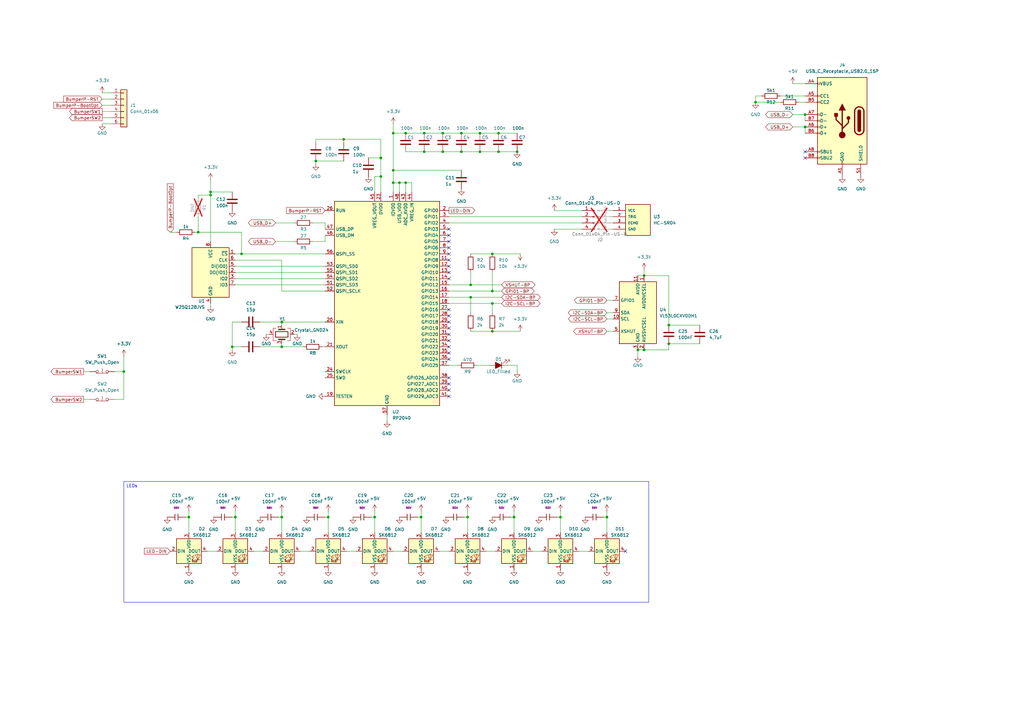
<source format=kicad_sch>
(kicad_sch
	(version 20231120)
	(generator "eeschema")
	(generator_version "8.0")
	(uuid "36d92946-971c-4240-b54e-9e2d07948ff2")
	(paper "A3")
	
	(junction
		(at 309.88 41.91)
		(diameter 0)
		(color 0 0 0 0)
		(uuid "05547058-b17b-487f-b8f5-ce52e4db0a1f")
	)
	(junction
		(at 204.47 62.23)
		(diameter 0)
		(color 0 0 0 0)
		(uuid "0d5157b0-5cb3-4ad8-bc2d-e990c3a903ae")
	)
	(junction
		(at 191.77 212.09)
		(diameter 0)
		(color 0 0 0 0)
		(uuid "155b40e2-7fee-4cf7-8066-7beee158877a")
	)
	(junction
		(at 96.52 212.09)
		(diameter 0)
		(color 0 0 0 0)
		(uuid "18aad7ed-48d6-4edc-ada4-5c39c227acc6")
	)
	(junction
		(at 201.93 124.46)
		(diameter 0)
		(color 0 0 0 0)
		(uuid "237af565-1ad1-4128-8188-8dcb54148b3a")
	)
	(junction
		(at 99.06 104.14)
		(diameter 0)
		(color 0 0 0 0)
		(uuid "29c4d65c-c01a-4196-8257-65c957c671eb")
	)
	(junction
		(at 115.57 142.24)
		(diameter 0)
		(color 0 0 0 0)
		(uuid "2e24d5da-9d91-41a7-89ab-b485aeb05e8b")
	)
	(junction
		(at 210.82 212.09)
		(diameter 0)
		(color 0 0 0 0)
		(uuid "3452e02f-fea0-4633-bf76-565c5301ed5d")
	)
	(junction
		(at 189.23 54.61)
		(diameter 0)
		(color 0 0 0 0)
		(uuid "373e636b-3150-4359-90d5-42b1578ad063")
	)
	(junction
		(at 330.2 46.99)
		(diameter 0)
		(color 0 0 0 0)
		(uuid "3f956a00-5e1c-493d-921c-197391f8aea1")
	)
	(junction
		(at 264.16 143.51)
		(diameter 0)
		(color 0 0 0 0)
		(uuid "457ea03b-8e32-45d1-b08b-1505e788b996")
	)
	(junction
		(at 134.62 212.09)
		(diameter 0)
		(color 0 0 0 0)
		(uuid "5099913d-0698-4ed2-8c3a-cbb53de597eb")
	)
	(junction
		(at 161.29 54.61)
		(diameter 0)
		(color 0 0 0 0)
		(uuid "5ec0ba31-19ea-4a50-a4da-90f72d98a8ef")
	)
	(junction
		(at 156.21 72.39)
		(diameter 0)
		(color 0 0 0 0)
		(uuid "60727940-518b-4ee4-adbe-1b1367911cb3")
	)
	(junction
		(at 81.28 95.25)
		(diameter 0)
		(color 0 0 0 0)
		(uuid "6470e56f-23d1-41cf-86fd-d536c9b501de")
	)
	(junction
		(at 173.99 54.61)
		(diameter 0)
		(color 0 0 0 0)
		(uuid "681d2666-eb46-4aa1-9a0c-0267eaf81693")
	)
	(junction
		(at 204.47 54.61)
		(diameter 0)
		(color 0 0 0 0)
		(uuid "69ed047b-4a4c-48b3-b2ab-ab7f94c777a1")
	)
	(junction
		(at 181.61 54.61)
		(diameter 0)
		(color 0 0 0 0)
		(uuid "6aaf50ab-21b7-49c6-9dde-fa9a1f58f806")
	)
	(junction
		(at 166.37 74.93)
		(diameter 0)
		(color 0 0 0 0)
		(uuid "6c380d06-547f-4f64-bf13-6b8851488454")
	)
	(junction
		(at 77.47 212.09)
		(diameter 0)
		(color 0 0 0 0)
		(uuid "6cef376d-d80d-4368-8fc1-cf5f05c1467f")
	)
	(junction
		(at 248.92 212.09)
		(diameter 0)
		(color 0 0 0 0)
		(uuid "70f665c3-30fa-411a-98fe-977c3c839312")
	)
	(junction
		(at 153.67 212.09)
		(diameter 0)
		(color 0 0 0 0)
		(uuid "72628340-bb8e-42da-8f46-5b7a11d1636f")
	)
	(junction
		(at 196.85 62.23)
		(diameter 0)
		(color 0 0 0 0)
		(uuid "74b2f249-6715-4bbb-b3ef-4bb0a52b2e25")
	)
	(junction
		(at 201.93 104.14)
		(diameter 0)
		(color 0 0 0 0)
		(uuid "7f3c468a-6808-462d-aeb2-284e47eb9ccf")
	)
	(junction
		(at 181.61 62.23)
		(diameter 0)
		(color 0 0 0 0)
		(uuid "804302c3-abbd-4e6e-a907-0d5fdaa437cf")
	)
	(junction
		(at 330.2 52.07)
		(diameter 0)
		(color 0 0 0 0)
		(uuid "85468f7d-1bc3-4e8f-b943-31afc36d2415")
	)
	(junction
		(at 140.97 57.15)
		(diameter 0)
		(color 0 0 0 0)
		(uuid "86df0b20-c4e8-4c22-8a39-e4aa7197bf69")
	)
	(junction
		(at 115.57 132.08)
		(diameter 0)
		(color 0 0 0 0)
		(uuid "990c2c26-5523-437f-b4dc-6e934dda55da")
	)
	(junction
		(at 86.36 78.74)
		(diameter 0)
		(color 0 0 0 0)
		(uuid "99180c36-f9aa-449e-8cdc-c72acab0bdb2")
	)
	(junction
		(at 163.83 74.93)
		(diameter 0)
		(color 0 0 0 0)
		(uuid "9dc5926c-16d3-44d2-adfb-4985271da647")
	)
	(junction
		(at 161.29 69.85)
		(diameter 0)
		(color 0 0 0 0)
		(uuid "a198580f-94fa-4b61-a67c-77f0265129fa")
	)
	(junction
		(at 201.93 135.89)
		(diameter 0)
		(color 0 0 0 0)
		(uuid "a7bccdfb-f5d5-44c3-86a2-6114dbee4ab9")
	)
	(junction
		(at 193.04 121.92)
		(diameter 0)
		(color 0 0 0 0)
		(uuid "a84a6c11-af81-4707-bfae-797a21513b9b")
	)
	(junction
		(at 166.37 54.61)
		(diameter 0)
		(color 0 0 0 0)
		(uuid "aa79f17b-bede-49e3-8d07-3496baa39550")
	)
	(junction
		(at 193.04 116.84)
		(diameter 0)
		(color 0 0 0 0)
		(uuid "b0894164-40d4-4f02-8e18-4b5b9455b8d2")
	)
	(junction
		(at 274.32 133.35)
		(diameter 0)
		(color 0 0 0 0)
		(uuid "b12b0b7f-8386-48c5-a07e-e87f451a2a43")
	)
	(junction
		(at 212.09 62.23)
		(diameter 0)
		(color 0 0 0 0)
		(uuid "b2c1347b-0b43-41cb-b38e-11d97955289f")
	)
	(junction
		(at 50.8 152.4)
		(diameter 0)
		(color 0 0 0 0)
		(uuid "b3aa5f87-cfd9-436d-af32-ac0cf9705319")
	)
	(junction
		(at 95.25 142.24)
		(diameter 0)
		(color 0 0 0 0)
		(uuid "c55bb032-2f5a-4647-a91e-97618ae3349b")
	)
	(junction
		(at 156.21 64.77)
		(diameter 0)
		(color 0 0 0 0)
		(uuid "cd425256-cc0d-4ee4-af73-f5b9fb1e4400")
	)
	(junction
		(at 129.54 66.04)
		(diameter 0)
		(color 0 0 0 0)
		(uuid "ce0295f1-aaed-4565-896f-64b71e41c603")
	)
	(junction
		(at 173.99 62.23)
		(diameter 0)
		(color 0 0 0 0)
		(uuid "ceacc698-2d3a-4557-91f7-45f5050ee423")
	)
	(junction
		(at 172.72 212.09)
		(diameter 0)
		(color 0 0 0 0)
		(uuid "d2c6e9bc-9f02-4731-915a-e64b34a08eb9")
	)
	(junction
		(at 161.29 74.93)
		(diameter 0)
		(color 0 0 0 0)
		(uuid "d2dacbbd-5608-4ca7-8388-243f259d6356")
	)
	(junction
		(at 196.85 54.61)
		(diameter 0)
		(color 0 0 0 0)
		(uuid "dc55563a-ad27-42aa-86a0-2b25bb23a3f0")
	)
	(junction
		(at 264.16 113.03)
		(diameter 0)
		(color 0 0 0 0)
		(uuid "de8a77b6-20fd-47f6-b4c7-c0a4cacef1e9")
	)
	(junction
		(at 115.57 212.09)
		(diameter 0)
		(color 0 0 0 0)
		(uuid "e5a06619-4bd2-443f-b991-0444b334153d")
	)
	(junction
		(at 261.62 143.51)
		(diameter 0)
		(color 0 0 0 0)
		(uuid "e864929b-dd44-45c3-a978-3a99dc30dc9c")
	)
	(junction
		(at 86.36 80.01)
		(diameter 0)
		(color 0 0 0 0)
		(uuid "ed185471-acf8-4713-bacc-aef90463ee10")
	)
	(junction
		(at 189.23 62.23)
		(diameter 0)
		(color 0 0 0 0)
		(uuid "ee6af4b8-3260-41bb-830a-2eaf1613c88b")
	)
	(junction
		(at 201.93 119.38)
		(diameter 0)
		(color 0 0 0 0)
		(uuid "f348b6f8-45ca-4edc-9410-d7bcfd7dbbac")
	)
	(junction
		(at 229.87 212.09)
		(diameter 0)
		(color 0 0 0 0)
		(uuid "f671bddb-f956-4c32-ab24-c19f7aaae103")
	)
	(junction
		(at 274.32 140.97)
		(diameter 0)
		(color 0 0 0 0)
		(uuid "f7b5a3fc-01f5-4cfa-95b1-c0d8a58aac05")
	)
	(no_connect
		(at 184.15 137.16)
		(uuid "10854128-7090-406c-9a51-757b4f793d03")
	)
	(no_connect
		(at 184.15 144.78)
		(uuid "1e2b1488-a251-42eb-bc0c-63a489337d75")
	)
	(no_connect
		(at 330.2 64.77)
		(uuid "24dc4173-d651-4092-934d-66a5dd6674b2")
	)
	(no_connect
		(at 330.2 62.23)
		(uuid "2fe3d592-a37b-4bdb-b469-6ffaf5b641ef")
	)
	(no_connect
		(at 184.15 134.62)
		(uuid "34cb4ea9-4e63-4805-9dae-bb003a77ad5a")
	)
	(no_connect
		(at 184.15 109.22)
		(uuid "44660289-916d-494a-b1db-726c6b5767cb")
	)
	(no_connect
		(at 184.15 93.98)
		(uuid "51c59c60-f767-4a5a-bfc9-c86336888cb1")
	)
	(no_connect
		(at 184.15 99.06)
		(uuid "51e61c5c-113d-4437-a41d-b81c3f48933f")
	)
	(no_connect
		(at 184.15 154.94)
		(uuid "55df10cd-711a-432f-bdbb-ce16f05f05a7")
	)
	(no_connect
		(at 184.15 132.08)
		(uuid "59ff455b-37ee-44d6-a3f7-4fb3da3a0753")
	)
	(no_connect
		(at 184.15 104.14)
		(uuid "6987fed2-f4d1-4fed-867a-87bf87470c23")
	)
	(no_connect
		(at 184.15 147.32)
		(uuid "6aedc5d7-029a-432e-a0e7-48b7abee7e33")
	)
	(no_connect
		(at 256.54 226.06)
		(uuid "7047142e-7dff-4984-adc1-55570150dbfc")
	)
	(no_connect
		(at 184.15 101.6)
		(uuid "782ec9ff-aa51-4141-9a84-cd26c6b5e813")
	)
	(no_connect
		(at 184.15 96.52)
		(uuid "80fac841-00e9-4ed5-bc26-4c6591235396")
	)
	(no_connect
		(at 184.15 129.54)
		(uuid "8c88925d-387d-4f73-a716-bb6fa24dda4b")
	)
	(no_connect
		(at 184.15 162.56)
		(uuid "94f6ceaa-a4d2-45e8-830a-38efd12afea0")
	)
	(no_connect
		(at 184.15 139.7)
		(uuid "a0bd840e-e3f4-4814-9b1b-76c125870a23")
	)
	(no_connect
		(at 184.15 160.02)
		(uuid "b45cb144-d9f8-486c-abbf-6f8acd20f5c6")
	)
	(no_connect
		(at 184.15 106.68)
		(uuid "cef532fa-5a29-4449-a76a-74c15d37f1fd")
	)
	(no_connect
		(at 184.15 111.76)
		(uuid "d2764cfd-71c4-4262-a278-b3ee5244c04a")
	)
	(no_connect
		(at 184.15 127)
		(uuid "d435f1cb-dd6f-4f90-b7ce-75552b195acb")
	)
	(no_connect
		(at 184.15 114.3)
		(uuid "eefb1065-67f0-40d3-9b52-69bdaab64f73")
	)
	(no_connect
		(at 184.15 142.24)
		(uuid "f58e423d-bcdf-41e8-af1b-066f09d8ad1f")
	)
	(no_connect
		(at 184.15 157.48)
		(uuid "febe34b7-e5e5-4d84-8f41-d38a890a8304")
	)
	(wire
		(pts
			(xy 161.29 69.85) (xy 189.23 69.85)
		)
		(stroke
			(width 0)
			(type default)
		)
		(uuid "006c65e9-48a4-47fb-ae88-bd36c6584eb7")
	)
	(wire
		(pts
			(xy 115.57 212.09) (xy 115.57 218.44)
		)
		(stroke
			(width 0)
			(type default)
		)
		(uuid "00788610-013f-42f8-ae42-f9588e2edeb0")
	)
	(wire
		(pts
			(xy 204.47 54.61) (xy 212.09 54.61)
		)
		(stroke
			(width 0)
			(type default)
		)
		(uuid "0144ea31-2344-4776-8423-34c41755d55f")
	)
	(wire
		(pts
			(xy 250.19 88.9) (xy 251.46 88.9)
		)
		(stroke
			(width 0)
			(type default)
		)
		(uuid "017c2053-2589-409e-91ce-33031fd8d271")
	)
	(wire
		(pts
			(xy 104.14 226.06) (xy 107.95 226.06)
		)
		(stroke
			(width 0)
			(type default)
		)
		(uuid "02b92b2d-93f2-4e63-8782-2905763fb33f")
	)
	(wire
		(pts
			(xy 204.47 62.23) (xy 212.09 62.23)
		)
		(stroke
			(width 0)
			(type default)
		)
		(uuid "02e61c8f-aa99-4708-92c1-b3e46c62be8d")
	)
	(wire
		(pts
			(xy 123.19 226.06) (xy 127 226.06)
		)
		(stroke
			(width 0)
			(type default)
		)
		(uuid "03fee13d-5e61-4163-9235-31c85ab3587f")
	)
	(wire
		(pts
			(xy 106.68 132.08) (xy 115.57 132.08)
		)
		(stroke
			(width 0)
			(type default)
		)
		(uuid "086ce7cb-a868-4e99-a13c-1b3cefceca5e")
	)
	(wire
		(pts
			(xy 184.15 88.9) (xy 238.76 88.9)
		)
		(stroke
			(width 0)
			(type default)
		)
		(uuid "0e9c89f8-fe1b-4f50-ba32-7db48e5190d5")
	)
	(wire
		(pts
			(xy 99.06 104.14) (xy 133.35 104.14)
		)
		(stroke
			(width 0)
			(type default)
		)
		(uuid "0ec87c70-6a0a-4c23-8e11-daf75513eb1b")
	)
	(wire
		(pts
			(xy 250.19 91.44) (xy 251.46 91.44)
		)
		(stroke
			(width 0)
			(type default)
		)
		(uuid "0fd488ef-2e4a-42c1-a3e8-c0741c3a18aa")
	)
	(wire
		(pts
			(xy 114.3 212.09) (xy 115.57 212.09)
		)
		(stroke
			(width 0)
			(type default)
		)
		(uuid "100af7de-26b2-4b35-a7c9-c41089514002")
	)
	(wire
		(pts
			(xy 96.52 209.55) (xy 96.52 212.09)
		)
		(stroke
			(width 0)
			(type default)
		)
		(uuid "15266eec-32a5-4f54-a511-548475134b76")
	)
	(wire
		(pts
			(xy 201.93 124.46) (xy 201.93 128.27)
		)
		(stroke
			(width 0)
			(type default)
		)
		(uuid "154d665e-c77c-47f3-bb91-ba3769e04478")
	)
	(wire
		(pts
			(xy 309.88 39.37) (xy 309.88 41.91)
		)
		(stroke
			(width 0)
			(type default)
		)
		(uuid "156e934c-0784-43ee-90f5-d8ac54152532")
	)
	(wire
		(pts
			(xy 77.47 212.09) (xy 77.47 218.44)
		)
		(stroke
			(width 0)
			(type default)
		)
		(uuid "1722e972-d0de-4b99-936a-6573a3489d3c")
	)
	(wire
		(pts
			(xy 201.93 124.46) (xy 205.74 124.46)
		)
		(stroke
			(width 0)
			(type default)
		)
		(uuid "18299a4d-0b1c-446b-b1a3-d9a1a5c381f4")
	)
	(wire
		(pts
			(xy 109.22 137.16) (xy 110.49 137.16)
		)
		(stroke
			(width 0)
			(type default)
		)
		(uuid "19773223-4951-4c92-92ba-52f4bd00da93")
	)
	(wire
		(pts
			(xy 173.99 54.61) (xy 181.61 54.61)
		)
		(stroke
			(width 0)
			(type default)
		)
		(uuid "19bb7c13-8e0d-415b-b4b2-58c80dc6576a")
	)
	(wire
		(pts
			(xy 166.37 78.74) (xy 166.37 74.93)
		)
		(stroke
			(width 0)
			(type default)
		)
		(uuid "1a1a4731-3648-47ee-842b-64a0e04d7311")
	)
	(wire
		(pts
			(xy 153.67 78.74) (xy 153.67 72.39)
		)
		(stroke
			(width 0)
			(type default)
		)
		(uuid "207741e0-0953-4758-99c5-d4bb11402eaf")
	)
	(wire
		(pts
			(xy 115.57 142.24) (xy 115.57 140.97)
		)
		(stroke
			(width 0)
			(type default)
		)
		(uuid "2198fd4f-b1a7-4fd0-a367-b4f30aa73404")
	)
	(wire
		(pts
			(xy 86.36 125.73) (xy 86.36 124.46)
		)
		(stroke
			(width 0)
			(type default)
		)
		(uuid "27808888-435d-4644-b99a-ade865445cb7")
	)
	(wire
		(pts
			(xy 166.37 54.61) (xy 173.99 54.61)
		)
		(stroke
			(width 0)
			(type default)
		)
		(uuid "27ef3c19-8a05-4a62-a755-932aba3d8b32")
	)
	(wire
		(pts
			(xy 69.85 95.25) (xy 72.39 95.25)
		)
		(stroke
			(width 0)
			(type default)
		)
		(uuid "2884f078-da95-4517-a8cf-60e31a929475")
	)
	(wire
		(pts
			(xy 193.04 135.89) (xy 201.93 135.89)
		)
		(stroke
			(width 0)
			(type default)
		)
		(uuid "299b1ab7-03d3-4eac-a340-d6b76c6c01b5")
	)
	(wire
		(pts
			(xy 50.8 146.05) (xy 50.8 152.4)
		)
		(stroke
			(width 0)
			(type default)
		)
		(uuid "2aa694ca-dd9d-4563-bdeb-e9b7da47e8d7")
	)
	(wire
		(pts
			(xy 193.04 116.84) (xy 205.74 116.84)
		)
		(stroke
			(width 0)
			(type default)
		)
		(uuid "3115a284-9fbc-47d0-b318-f06e9da117e2")
	)
	(wire
		(pts
			(xy 156.21 64.77) (xy 156.21 72.39)
		)
		(stroke
			(width 0)
			(type default)
		)
		(uuid "3359c808-629a-4b5d-b114-bc08342fe9ac")
	)
	(wire
		(pts
			(xy 196.85 54.61) (xy 204.47 54.61)
		)
		(stroke
			(width 0)
			(type default)
		)
		(uuid "3569e052-3f56-4523-af89-af34ea750ca6")
	)
	(wire
		(pts
			(xy 172.72 212.09) (xy 172.72 218.44)
		)
		(stroke
			(width 0)
			(type default)
		)
		(uuid "3575c365-085b-479e-8375-6b2baf78fbcd")
	)
	(wire
		(pts
			(xy 201.93 135.89) (xy 213.36 135.89)
		)
		(stroke
			(width 0)
			(type default)
		)
		(uuid "35c9b20a-560b-467d-b311-b616e146ade0")
	)
	(wire
		(pts
			(xy 41.91 48.26) (xy 45.72 48.26)
		)
		(stroke
			(width 0)
			(type default)
		)
		(uuid "384d9d26-054e-400f-b0de-ee6f9ecf9209")
	)
	(wire
		(pts
			(xy 325.12 46.99) (xy 330.2 46.99)
		)
		(stroke
			(width 0)
			(type default)
		)
		(uuid "3982f012-9b84-4a39-af9a-0992c56be671")
	)
	(wire
		(pts
			(xy 115.57 209.55) (xy 115.57 212.09)
		)
		(stroke
			(width 0)
			(type default)
		)
		(uuid "3ba9fa01-f76d-4afc-81c7-012d3bec282e")
	)
	(wire
		(pts
			(xy 133.35 91.44) (xy 128.27 91.44)
		)
		(stroke
			(width 0)
			(type default)
		)
		(uuid "3d74043e-c32d-4181-aad3-c14074ff367f")
	)
	(wire
		(pts
			(xy 96.52 111.76) (xy 133.35 111.76)
		)
		(stroke
			(width 0)
			(type default)
		)
		(uuid "40525853-1ab7-4554-8abf-e5993e0cebb3")
	)
	(wire
		(pts
			(xy 325.12 52.07) (xy 330.2 52.07)
		)
		(stroke
			(width 0)
			(type default)
		)
		(uuid "43d663e2-4e75-4ee6-a40d-707406be134a")
	)
	(wire
		(pts
			(xy 274.32 133.35) (xy 274.32 113.03)
		)
		(stroke
			(width 0)
			(type default)
		)
		(uuid "4453fddb-8d4e-49fd-bc1e-f663360e0b8d")
	)
	(wire
		(pts
			(xy 163.83 78.74) (xy 163.83 74.93)
		)
		(stroke
			(width 0)
			(type default)
		)
		(uuid "4497a75b-c46c-42d1-8139-9e64d11759aa")
	)
	(wire
		(pts
			(xy 187.96 149.86) (xy 184.15 149.86)
		)
		(stroke
			(width 0)
			(type default)
		)
		(uuid "464f5d48-cf77-41ed-993e-0e3ace194a70")
	)
	(wire
		(pts
			(xy 134.62 212.09) (xy 134.62 218.44)
		)
		(stroke
			(width 0)
			(type default)
		)
		(uuid "46ad53c0-3ba2-4e53-82c4-e0b64524f5f5")
	)
	(wire
		(pts
			(xy 81.28 95.25) (xy 99.06 95.25)
		)
		(stroke
			(width 0)
			(type default)
		)
		(uuid "4bbf4983-4c40-44f3-8f08-2e2efac56839")
	)
	(wire
		(pts
			(xy 99.06 104.14) (xy 99.06 95.25)
		)
		(stroke
			(width 0)
			(type default)
		)
		(uuid "5078490b-0577-4b74-a828-81b760a746fc")
	)
	(wire
		(pts
			(xy 189.23 54.61) (xy 196.85 54.61)
		)
		(stroke
			(width 0)
			(type default)
		)
		(uuid "510249d0-9e21-4ef1-a857-f29b4e782415")
	)
	(wire
		(pts
			(xy 96.52 106.68) (xy 115.57 106.68)
		)
		(stroke
			(width 0)
			(type default)
		)
		(uuid "51675858-6feb-4d1c-99f7-5e73af2384e2")
	)
	(wire
		(pts
			(xy 191.77 212.09) (xy 191.77 218.44)
		)
		(stroke
			(width 0)
			(type default)
		)
		(uuid "529dd28c-e77a-4a98-ab52-78c3096e9657")
	)
	(wire
		(pts
			(xy 156.21 57.15) (xy 156.21 64.77)
		)
		(stroke
			(width 0)
			(type default)
		)
		(uuid "53b4fe10-c073-4b83-a557-38a4248a55c6")
	)
	(wire
		(pts
			(xy 201.93 111.76) (xy 201.93 119.38)
		)
		(stroke
			(width 0)
			(type default)
		)
		(uuid "5683316b-1ecf-4aec-9e0e-3ed576561288")
	)
	(wire
		(pts
			(xy 133.35 212.09) (xy 134.62 212.09)
		)
		(stroke
			(width 0)
			(type default)
		)
		(uuid "576918c6-635a-46fe-97d6-4b0927021424")
	)
	(wire
		(pts
			(xy 212.09 149.86) (xy 208.28 149.86)
		)
		(stroke
			(width 0)
			(type default)
		)
		(uuid "586c083f-0aa8-4eb7-9a95-02a4242dffd3")
	)
	(wire
		(pts
			(xy 248.92 209.55) (xy 248.92 212.09)
		)
		(stroke
			(width 0)
			(type default)
		)
		(uuid "588394fe-4eea-4add-981a-de2b087f6971")
	)
	(wire
		(pts
			(xy 86.36 80.01) (xy 86.36 99.06)
		)
		(stroke
			(width 0)
			(type default)
		)
		(uuid "5b8f24b4-2bd8-4bb0-ab3d-a995fe395946")
	)
	(wire
		(pts
			(xy 41.91 43.18) (xy 45.72 43.18)
		)
		(stroke
			(width 0)
			(type default)
		)
		(uuid "5ed80c45-9f67-45af-bef5-fd5d1b91af28")
	)
	(wire
		(pts
			(xy 201.93 104.14) (xy 213.36 104.14)
		)
		(stroke
			(width 0)
			(type default)
		)
		(uuid "613c430e-c4d3-4b60-940f-58c8521b0652")
	)
	(wire
		(pts
			(xy 261.62 143.51) (xy 264.16 143.51)
		)
		(stroke
			(width 0)
			(type default)
		)
		(uuid "63260bef-1ab0-4854-887a-6bca7ffddca6")
	)
	(wire
		(pts
			(xy 250.19 86.36) (xy 251.46 86.36)
		)
		(stroke
			(width 0)
			(type default)
		)
		(uuid "63d8351f-9380-4276-9206-44a5272eb72f")
	)
	(wire
		(pts
			(xy 41.91 45.72) (xy 45.72 45.72)
		)
		(stroke
			(width 0)
			(type default)
		)
		(uuid "640c726f-469f-45b9-96c7-c978508e1f00")
	)
	(wire
		(pts
			(xy 312.42 39.37) (xy 309.88 39.37)
		)
		(stroke
			(width 0)
			(type default)
		)
		(uuid "66e1d751-46c6-49b2-8488-ef610da41731")
	)
	(wire
		(pts
			(xy 320.04 39.37) (xy 330.2 39.37)
		)
		(stroke
			(width 0)
			(type default)
		)
		(uuid "67c423d6-cc69-4fa9-9c05-04576a597339")
	)
	(wire
		(pts
			(xy 34.29 152.4) (xy 36.83 152.4)
		)
		(stroke
			(width 0)
			(type default)
		)
		(uuid "67d2ad9d-7f5f-45ca-b287-6ffa709712ed")
	)
	(wire
		(pts
			(xy 184.15 91.44) (xy 238.76 91.44)
		)
		(stroke
			(width 0)
			(type default)
		)
		(uuid "686cdad2-10bf-42e7-a6f4-ec2b5e00f679")
	)
	(wire
		(pts
			(xy 142.24 226.06) (xy 146.05 226.06)
		)
		(stroke
			(width 0)
			(type default)
		)
		(uuid "6871fa9e-5580-4d10-96cc-3b50778465a7")
	)
	(wire
		(pts
			(xy 184.15 119.38) (xy 201.93 119.38)
		)
		(stroke
			(width 0)
			(type default)
		)
		(uuid "6889a132-0b1e-4e8a-8ec0-3207c93ae6f2")
	)
	(wire
		(pts
			(xy 195.58 149.86) (xy 200.66 149.86)
		)
		(stroke
			(width 0)
			(type default)
		)
		(uuid "6999fd3a-c546-4f13-a05f-1e2f26e33b76")
	)
	(wire
		(pts
			(xy 140.97 57.15) (xy 156.21 57.15)
		)
		(stroke
			(width 0)
			(type default)
		)
		(uuid "69f649ad-ba5d-4167-ade6-a94bb9ef2ae1")
	)
	(wire
		(pts
			(xy 41.91 40.64) (xy 45.72 40.64)
		)
		(stroke
			(width 0)
			(type default)
		)
		(uuid "70116a38-a960-4c5d-a659-555e24d34af8")
	)
	(wire
		(pts
			(xy 261.62 143.51) (xy 261.62 146.05)
		)
		(stroke
			(width 0)
			(type default)
		)
		(uuid "70cb56cf-8d3d-4527-bcc1-2e307aa93228")
	)
	(wire
		(pts
			(xy 237.49 226.06) (xy 241.3 226.06)
		)
		(stroke
			(width 0)
			(type default)
		)
		(uuid "70e29546-7d05-4bb2-9740-cba8b817b92a")
	)
	(wire
		(pts
			(xy 309.88 41.91) (xy 320.04 41.91)
		)
		(stroke
			(width 0)
			(type default)
		)
		(uuid "724e8bd3-f60a-4a59-95c5-7f68e4fd71ea")
	)
	(wire
		(pts
			(xy 50.8 152.4) (xy 46.99 152.4)
		)
		(stroke
			(width 0)
			(type default)
		)
		(uuid "73ed47a9-fef5-47af-9e5b-2e3ae78f476c")
	)
	(wire
		(pts
			(xy 168.91 74.93) (xy 166.37 74.93)
		)
		(stroke
			(width 0)
			(type default)
		)
		(uuid "742acf69-a77d-4140-9bd1-1b38a11e2905")
	)
	(wire
		(pts
			(xy 166.37 74.93) (xy 163.83 74.93)
		)
		(stroke
			(width 0)
			(type default)
		)
		(uuid "75307549-ce41-4da7-a77f-1561ae996651")
	)
	(wire
		(pts
			(xy 228.6 212.09) (xy 229.87 212.09)
		)
		(stroke
			(width 0)
			(type default)
		)
		(uuid "766ed0a6-b0b6-4b5a-86f1-c4ca44f0e08b")
	)
	(wire
		(pts
			(xy 161.29 69.85) (xy 161.29 74.93)
		)
		(stroke
			(width 0)
			(type default)
		)
		(uuid "77d2b16a-4dac-475e-b18b-8c406cf45969")
	)
	(wire
		(pts
			(xy 50.8 163.83) (xy 46.99 163.83)
		)
		(stroke
			(width 0)
			(type default)
		)
		(uuid "77dcae48-e698-4f96-8562-73ae74c5b2e4")
	)
	(wire
		(pts
			(xy 181.61 54.61) (xy 189.23 54.61)
		)
		(stroke
			(width 0)
			(type default)
		)
		(uuid "7c30d304-39fe-435e-b421-3f1dad53b86f")
	)
	(wire
		(pts
			(xy 327.66 41.91) (xy 330.2 41.91)
		)
		(stroke
			(width 0)
			(type default)
		)
		(uuid "7c8916e5-cec2-4188-8f24-444a7f00b87c")
	)
	(wire
		(pts
			(xy 106.68 142.24) (xy 115.57 142.24)
		)
		(stroke
			(width 0)
			(type default)
		)
		(uuid "7e3b124b-df48-4bb2-95bd-ba5ca12d5865")
	)
	(wire
		(pts
			(xy 201.93 119.38) (xy 205.74 119.38)
		)
		(stroke
			(width 0)
			(type default)
		)
		(uuid "82492019-fcf7-4c42-b10e-e7da87a8f68d")
	)
	(wire
		(pts
			(xy 95.25 142.24) (xy 95.25 143.51)
		)
		(stroke
			(width 0)
			(type default)
		)
		(uuid "83bfbbb5-9d82-4364-9e9a-ff350b948d98")
	)
	(wire
		(pts
			(xy 247.65 212.09) (xy 248.92 212.09)
		)
		(stroke
			(width 0)
			(type default)
		)
		(uuid "8486a921-129e-47a3-bf70-27c7ffc410d7")
	)
	(wire
		(pts
			(xy 274.32 143.51) (xy 274.32 140.97)
		)
		(stroke
			(width 0)
			(type default)
		)
		(uuid "866db786-c253-4190-928c-8554d6de4494")
	)
	(wire
		(pts
			(xy 128.27 99.06) (xy 133.35 99.06)
		)
		(stroke
			(width 0)
			(type default)
		)
		(uuid "86bd57ce-b08f-4e25-8102-c26e7d71b8dc")
	)
	(wire
		(pts
			(xy 248.92 130.81) (xy 251.46 130.81)
		)
		(stroke
			(width 0)
			(type default)
		)
		(uuid "8a646f47-cfde-4432-90fa-665c7d1b3216")
	)
	(wire
		(pts
			(xy 212.09 152.4) (xy 212.09 149.86)
		)
		(stroke
			(width 0)
			(type default)
		)
		(uuid "8c821447-0b7e-45e2-a79c-b7c71849f7d0")
	)
	(wire
		(pts
			(xy 210.82 212.09) (xy 210.82 218.44)
		)
		(stroke
			(width 0)
			(type default)
		)
		(uuid "8dcaa11c-e67d-4c2a-901a-2e7c33307007")
	)
	(wire
		(pts
			(xy 325.12 34.29) (xy 330.2 34.29)
		)
		(stroke
			(width 0)
			(type default)
		)
		(uuid "8edd1854-a78b-490c-a40e-3e4bb7c2ad40")
	)
	(wire
		(pts
			(xy 152.4 212.09) (xy 153.67 212.09)
		)
		(stroke
			(width 0)
			(type default)
		)
		(uuid "91975361-7dd8-426e-987e-9e52e39bac3a")
	)
	(wire
		(pts
			(xy 95.25 142.24) (xy 99.06 142.24)
		)
		(stroke
			(width 0)
			(type default)
		)
		(uuid "9563aaa0-d21f-4670-8e8e-e0e6953e8db3")
	)
	(wire
		(pts
			(xy 227.33 93.98) (xy 238.76 93.98)
		)
		(stroke
			(width 0)
			(type default)
		)
		(uuid "958c849c-7f29-4250-9f3a-06ac65f80462")
	)
	(wire
		(pts
			(xy 274.32 133.35) (xy 287.02 133.35)
		)
		(stroke
			(width 0)
			(type default)
		)
		(uuid "9833f083-4ccc-4efd-bb73-115fa1a56d92")
	)
	(wire
		(pts
			(xy 261.62 113.03) (xy 264.16 113.03)
		)
		(stroke
			(width 0)
			(type default)
		)
		(uuid "98b577a4-bc9a-4244-8681-75c99a597bf8")
	)
	(wire
		(pts
			(xy 229.87 209.55) (xy 229.87 212.09)
		)
		(stroke
			(width 0)
			(type default)
		)
		(uuid "9ce61868-5e16-4e04-b16d-7c1b003b66cb")
	)
	(wire
		(pts
			(xy 95.25 212.09) (xy 96.52 212.09)
		)
		(stroke
			(width 0)
			(type default)
		)
		(uuid "9d617314-a713-467b-b593-bc9503dfac75")
	)
	(wire
		(pts
			(xy 168.91 78.74) (xy 168.91 74.93)
		)
		(stroke
			(width 0)
			(type default)
		)
		(uuid "9e12b026-434b-40a3-8d64-b4f2a5883c65")
	)
	(wire
		(pts
			(xy 50.8 152.4) (xy 50.8 163.83)
		)
		(stroke
			(width 0)
			(type default)
		)
		(uuid "9eb02b81-ab04-4f60-b510-823dc22af710")
	)
	(wire
		(pts
			(xy 248.92 128.27) (xy 251.46 128.27)
		)
		(stroke
			(width 0)
			(type default)
		)
		(uuid "9f316a7b-2acf-409a-8e31-bf51afb11aa8")
	)
	(wire
		(pts
			(xy 193.04 104.14) (xy 201.93 104.14)
		)
		(stroke
			(width 0)
			(type default)
		)
		(uuid "a099248b-1180-4942-b38a-726a54bbaff7")
	)
	(wire
		(pts
			(xy 196.85 62.23) (xy 204.47 62.23)
		)
		(stroke
			(width 0)
			(type default)
		)
		(uuid "a124f802-e26b-4868-b679-c7aea208db30")
	)
	(wire
		(pts
			(xy 81.28 88.9) (xy 81.28 95.25)
		)
		(stroke
			(width 0)
			(type default)
		)
		(uuid "a2827451-6465-4106-b1af-17e4097e3c9a")
	)
	(wire
		(pts
			(xy 96.52 212.09) (xy 96.52 218.44)
		)
		(stroke
			(width 0)
			(type default)
		)
		(uuid "a2aaba8c-4589-44b6-b1a0-db075dcb0298")
	)
	(wire
		(pts
			(xy 86.36 78.74) (xy 86.36 80.01)
		)
		(stroke
			(width 0)
			(type default)
		)
		(uuid "a5d3b577-6bd0-49ab-9b83-21ab1e57581b")
	)
	(wire
		(pts
			(xy 166.37 62.23) (xy 173.99 62.23)
		)
		(stroke
			(width 0)
			(type default)
		)
		(uuid "a5eabeac-88c7-462b-9887-462c485574c5")
	)
	(wire
		(pts
			(xy 86.36 73.66) (xy 86.36 78.74)
		)
		(stroke
			(width 0)
			(type default)
		)
		(uuid "aa9046c9-b7ff-4613-8690-cdc102988009")
	)
	(wire
		(pts
			(xy 115.57 119.38) (xy 115.57 106.68)
		)
		(stroke
			(width 0)
			(type default)
		)
		(uuid "ac047cd3-a4ef-4fbb-b81a-d83ac8f54d7d")
	)
	(wire
		(pts
			(xy 248.92 123.19) (xy 251.46 123.19)
		)
		(stroke
			(width 0)
			(type default)
		)
		(uuid "ac8d0c62-8da3-4fb0-92d7-8610e42ba7c6")
	)
	(wire
		(pts
			(xy 158.75 172.72) (xy 158.75 170.18)
		)
		(stroke
			(width 0)
			(type default)
		)
		(uuid "acc33ea8-9692-4af3-91f1-f7366a2b30eb")
	)
	(wire
		(pts
			(xy 274.32 113.03) (xy 264.16 113.03)
		)
		(stroke
			(width 0)
			(type default)
		)
		(uuid "acf1ce95-72b8-4d0a-aa3e-2eb846be685d")
	)
	(wire
		(pts
			(xy 264.16 143.51) (xy 274.32 143.51)
		)
		(stroke
			(width 0)
			(type default)
		)
		(uuid "adbb2b34-0a94-47fd-9050-e382d3bb7fe5")
	)
	(wire
		(pts
			(xy 330.2 52.07) (xy 330.2 54.61)
		)
		(stroke
			(width 0)
			(type default)
		)
		(uuid "af39abd6-3563-4039-9154-b21059086c88")
	)
	(wire
		(pts
			(xy 191.77 209.55) (xy 191.77 212.09)
		)
		(stroke
			(width 0)
			(type default)
		)
		(uuid "b0e7eb81-bb46-401a-b52a-ccc98df7cdca")
	)
	(wire
		(pts
			(xy 161.29 54.61) (xy 166.37 54.61)
		)
		(stroke
			(width 0)
			(type default)
		)
		(uuid "b1122667-bacb-435b-8597-e6768d64e6d3")
	)
	(wire
		(pts
			(xy 96.52 109.22) (xy 133.35 109.22)
		)
		(stroke
			(width 0)
			(type default)
		)
		(uuid "b2bb1d54-2bec-4fc3-b1f1-0b321cdab2c7")
	)
	(wire
		(pts
			(xy 132.08 142.24) (xy 133.35 142.24)
		)
		(stroke
			(width 0)
			(type default)
		)
		(uuid "b371af03-f8fc-482d-b4b1-6fcbda88d788")
	)
	(wire
		(pts
			(xy 140.97 57.15) (xy 140.97 58.42)
		)
		(stroke
			(width 0)
			(type default)
		)
		(uuid "b372e7eb-01c8-4454-8e06-bb4ca405bfb7")
	)
	(wire
		(pts
			(xy 180.34 226.06) (xy 184.15 226.06)
		)
		(stroke
			(width 0)
			(type default)
		)
		(uuid "b539b318-f6fe-450c-b621-1e60b1c2f7ef")
	)
	(wire
		(pts
			(xy 156.21 72.39) (xy 156.21 78.74)
		)
		(stroke
			(width 0)
			(type default)
		)
		(uuid "b61b2f24-9083-4eb8-b5d5-c854c61af8bd")
	)
	(wire
		(pts
			(xy 129.54 66.04) (xy 140.97 66.04)
		)
		(stroke
			(width 0)
			(type default)
		)
		(uuid "b62a4522-6f7f-4282-8ebf-02340f0c1337")
	)
	(wire
		(pts
			(xy 86.36 80.01) (xy 81.28 80.01)
		)
		(stroke
			(width 0)
			(type default)
		)
		(uuid "b871762f-f183-4320-a162-3d215087d368")
	)
	(wire
		(pts
			(xy 96.52 114.3) (xy 133.35 114.3)
		)
		(stroke
			(width 0)
			(type default)
		)
		(uuid "b914e84d-525b-4e7a-a591-7ec29055a1c1")
	)
	(wire
		(pts
			(xy 153.67 72.39) (xy 156.21 72.39)
		)
		(stroke
			(width 0)
			(type default)
		)
		(uuid "b9fa02ff-b326-4a1d-b9f4-a36c4144e109")
	)
	(wire
		(pts
			(xy 133.35 93.98) (xy 133.35 91.44)
		)
		(stroke
			(width 0)
			(type default)
		)
		(uuid "ba642e68-1768-4909-a79d-f20520e02cef")
	)
	(wire
		(pts
			(xy 129.54 66.04) (xy 129.54 67.31)
		)
		(stroke
			(width 0)
			(type default)
		)
		(uuid "badf2e00-6503-4eb4-a217-9543b7d6d530")
	)
	(wire
		(pts
			(xy 121.92 137.16) (xy 120.65 137.16)
		)
		(stroke
			(width 0)
			(type default)
		)
		(uuid "bb3359f5-864d-4be0-a43d-c987d2e4f2ff")
	)
	(wire
		(pts
			(xy 184.15 124.46) (xy 201.93 124.46)
		)
		(stroke
			(width 0)
			(type default)
		)
		(uuid "bba4a7f0-e25c-4928-a0be-dc8f4eedf09a")
	)
	(wire
		(pts
			(xy 274.32 140.97) (xy 287.02 140.97)
		)
		(stroke
			(width 0)
			(type default)
		)
		(uuid "bbe08d5c-be05-4f02-95d3-936a963107e4")
	)
	(wire
		(pts
			(xy 134.62 209.55) (xy 134.62 212.09)
		)
		(stroke
			(width 0)
			(type default)
		)
		(uuid "bc6c94ee-a73a-4e45-ab99-5cdae83306b7")
	)
	(wire
		(pts
			(xy 77.47 209.55) (xy 77.47 212.09)
		)
		(stroke
			(width 0)
			(type default)
		)
		(uuid "bcbd618f-6ba6-4270-af44-54a000ec86ff")
	)
	(wire
		(pts
			(xy 151.13 64.77) (xy 156.21 64.77)
		)
		(stroke
			(width 0)
			(type default)
		)
		(uuid "be04e285-a614-4ef6-ab86-4e13f385926a")
	)
	(wire
		(pts
			(xy 133.35 132.08) (xy 115.57 132.08)
		)
		(stroke
			(width 0)
			(type default)
		)
		(uuid "be83f4ed-1c3d-4c92-8946-4a2b95c07985")
	)
	(wire
		(pts
			(xy 173.99 62.23) (xy 181.61 62.23)
		)
		(stroke
			(width 0)
			(type default)
		)
		(uuid "bfe9c652-febf-4c55-8d4b-abeb1cb86c53")
	)
	(wire
		(pts
			(xy 190.5 212.09) (xy 191.77 212.09)
		)
		(stroke
			(width 0)
			(type default)
		)
		(uuid "c4ef5511-2743-42dc-af1e-cbb7456e9f02")
	)
	(wire
		(pts
			(xy 330.2 46.99) (xy 330.2 49.53)
		)
		(stroke
			(width 0)
			(type default)
		)
		(uuid "c5c5b626-a443-45ff-8ebe-7b3f3094e217")
	)
	(wire
		(pts
			(xy 153.67 212.09) (xy 153.67 218.44)
		)
		(stroke
			(width 0)
			(type default)
		)
		(uuid "c5cd9a8b-21f4-466f-b779-9ef94f4b0403")
	)
	(wire
		(pts
			(xy 171.45 212.09) (xy 172.72 212.09)
		)
		(stroke
			(width 0)
			(type default)
		)
		(uuid "c62df62c-4b21-4732-b717-1385d9f0a913")
	)
	(wire
		(pts
			(xy 161.29 226.06) (xy 165.1 226.06)
		)
		(stroke
			(width 0)
			(type default)
		)
		(uuid "c7772383-be91-4f53-9e9a-7359ed6a345c")
	)
	(wire
		(pts
			(xy 181.61 62.23) (xy 189.23 62.23)
		)
		(stroke
			(width 0)
			(type default)
		)
		(uuid "c7a3e86c-9a3c-4f26-8798-8bd658efa988")
	)
	(wire
		(pts
			(xy 161.29 50.8) (xy 161.29 54.61)
		)
		(stroke
			(width 0)
			(type default)
		)
		(uuid "c820865f-8ff4-42f7-b165-ceaaff69699f")
	)
	(wire
		(pts
			(xy 41.91 50.8) (xy 45.72 50.8)
		)
		(stroke
			(width 0)
			(type default)
		)
		(uuid "c8e35ea2-ec18-47fe-9cd5-f3c7814b0bd1")
	)
	(wire
		(pts
			(xy 161.29 74.93) (xy 161.29 78.74)
		)
		(stroke
			(width 0)
			(type default)
		)
		(uuid "c8e8a994-5e40-4e47-a8d0-5cf91c77c14b")
	)
	(wire
		(pts
			(xy 115.57 132.08) (xy 115.57 133.35)
		)
		(stroke
			(width 0)
			(type default)
		)
		(uuid "cc0e43d1-9101-4e98-8779-ab80b7227f74")
	)
	(wire
		(pts
			(xy 34.29 163.83) (xy 36.83 163.83)
		)
		(stroke
			(width 0)
			(type default)
		)
		(uuid "d0386019-630b-4158-88ab-b1839f38fa54")
	)
	(wire
		(pts
			(xy 193.04 111.76) (xy 193.04 116.84)
		)
		(stroke
			(width 0)
			(type default)
		)
		(uuid "d093b87b-bb8b-4d7d-8c4f-32d995eccacb")
	)
	(wire
		(pts
			(xy 124.46 142.24) (xy 115.57 142.24)
		)
		(stroke
			(width 0)
			(type default)
		)
		(uuid "d6a997ca-8d06-4ca3-9fc1-152bd15d043c")
	)
	(wire
		(pts
			(xy 99.06 104.14) (xy 96.52 104.14)
		)
		(stroke
			(width 0)
			(type default)
		)
		(uuid "d6e2a001-3fd0-4967-bc36-cdc0485b1602")
	)
	(wire
		(pts
			(xy 193.04 121.92) (xy 193.04 128.27)
		)
		(stroke
			(width 0)
			(type default)
		)
		(uuid "d92f3826-3925-4ecd-ac0b-7c45e455fd2f")
	)
	(wire
		(pts
			(xy 113.03 91.44) (xy 120.65 91.44)
		)
		(stroke
			(width 0)
			(type default)
		)
		(uuid "d9b30f9d-1511-40f4-b225-9a0f251fe6c5")
	)
	(wire
		(pts
			(xy 209.55 212.09) (xy 210.82 212.09)
		)
		(stroke
			(width 0)
			(type default)
		)
		(uuid "db2271e3-0973-407c-8dac-7504faad3153")
	)
	(wire
		(pts
			(xy 250.19 93.98) (xy 251.46 93.98)
		)
		(stroke
			(width 0)
			(type default)
		)
		(uuid "dbd5956a-7b89-4564-9c6f-f5b0cae332ac")
	)
	(wire
		(pts
			(xy 227.33 86.36) (xy 238.76 86.36)
		)
		(stroke
			(width 0)
			(type default)
		)
		(uuid "ddbe4e6a-b544-4837-8c6d-8a32c4cbd289")
	)
	(wire
		(pts
			(xy 41.91 38.1) (xy 45.72 38.1)
		)
		(stroke
			(width 0)
			(type default)
		)
		(uuid "ddcd1287-f273-434b-a79f-e848751c282d")
	)
	(wire
		(pts
			(xy 113.03 99.06) (xy 120.65 99.06)
		)
		(stroke
			(width 0)
			(type default)
		)
		(uuid "e418d8f6-e066-45ed-a3db-e3d8180f7292")
	)
	(wire
		(pts
			(xy 218.44 226.06) (xy 222.25 226.06)
		)
		(stroke
			(width 0)
			(type default)
		)
		(uuid "e4c78f24-d8c2-4504-96bf-919c3d8974e8")
	)
	(wire
		(pts
			(xy 99.06 132.08) (xy 95.25 132.08)
		)
		(stroke
			(width 0)
			(type default)
		)
		(uuid "e51e1e38-d96d-4224-ba02-1761aa9b907d")
	)
	(wire
		(pts
			(xy 76.2 212.09) (xy 77.47 212.09)
		)
		(stroke
			(width 0)
			(type default)
		)
		(uuid "e64528f0-36d2-459e-908b-bf079e207ffe")
	)
	(wire
		(pts
			(xy 80.01 95.25) (xy 81.28 95.25)
		)
		(stroke
			(width 0)
			(type default)
		)
		(uuid "e6d8ddba-2c2d-41d6-b033-ac0d00dc485c")
	)
	(wire
		(pts
			(xy 210.82 209.55) (xy 210.82 212.09)
		)
		(stroke
			(width 0)
			(type default)
		)
		(uuid "e77bec3c-62ea-4620-9abd-e71801264114")
	)
	(wire
		(pts
			(xy 199.39 226.06) (xy 203.2 226.06)
		)
		(stroke
			(width 0)
			(type default)
		)
		(uuid "e84e1e87-993b-483f-9ccd-089e2ba8319c")
	)
	(wire
		(pts
			(xy 248.92 212.09) (xy 248.92 218.44)
		)
		(stroke
			(width 0)
			(type default)
		)
		(uuid "e9d4f3db-232a-4a55-b94d-ee53c8039c20")
	)
	(wire
		(pts
			(xy 161.29 54.61) (xy 161.29 69.85)
		)
		(stroke
			(width 0)
			(type default)
		)
		(uuid "ec2e3479-c6f0-40e1-937c-e9812bce9cac")
	)
	(wire
		(pts
			(xy 86.36 78.74) (xy 95.25 78.74)
		)
		(stroke
			(width 0)
			(type default)
		)
		(uuid "ecb2e403-2b98-49bc-add7-803f09e4bc30")
	)
	(wire
		(pts
			(xy 189.23 62.23) (xy 196.85 62.23)
		)
		(stroke
			(width 0)
			(type default)
		)
		(uuid "ed326a39-75f6-40b0-a87d-8de9dbc0fa7d")
	)
	(wire
		(pts
			(xy 184.15 116.84) (xy 193.04 116.84)
		)
		(stroke
			(width 0)
			(type default)
		)
		(uuid "ee598c4f-bc78-4ee0-a987-86879c98b848")
	)
	(wire
		(pts
			(xy 85.09 226.06) (xy 88.9 226.06)
		)
		(stroke
			(width 0)
			(type default)
		)
		(uuid "ee9d1b7a-3fc2-47fd-9fce-1e002bc6e163")
	)
	(wire
		(pts
			(xy 133.35 119.38) (xy 115.57 119.38)
		)
		(stroke
			(width 0)
			(type default)
		)
		(uuid "ef0e994a-4346-4df6-a7e3-9fc60fccc859")
	)
	(wire
		(pts
			(xy 248.92 135.89) (xy 251.46 135.89)
		)
		(stroke
			(width 0)
			(type default)
		)
		(uuid "f2315543-10d6-479e-9f0a-3974fd78e27d")
	)
	(wire
		(pts
			(xy 96.52 116.84) (xy 133.35 116.84)
		)
		(stroke
			(width 0)
			(type default)
		)
		(uuid "f58cfa66-3281-423d-87e3-08bf1bca232c")
	)
	(wire
		(pts
			(xy 163.83 74.93) (xy 161.29 74.93)
		)
		(stroke
			(width 0)
			(type default)
		)
		(uuid "f637c739-4125-4717-9efb-94875a8f3603")
	)
	(wire
		(pts
			(xy 129.54 57.15) (xy 140.97 57.15)
		)
		(stroke
			(width 0)
			(type default)
		)
		(uuid "f65a921f-6999-4fd4-bdd1-0a8c602a5cdd")
	)
	(wire
		(pts
			(xy 95.25 132.08) (xy 95.25 142.24)
		)
		(stroke
			(width 0)
			(type default)
		)
		(uuid "f69deef4-0af6-41b8-9643-2b342036b756")
	)
	(wire
		(pts
			(xy 172.72 209.55) (xy 172.72 212.09)
		)
		(stroke
			(width 0)
			(type default)
		)
		(uuid "f7ab574e-d718-478e-a783-0df814785f79")
	)
	(wire
		(pts
			(xy 229.87 212.09) (xy 229.87 218.44)
		)
		(stroke
			(width 0)
			(type default)
		)
		(uuid "f80ddbc1-5c61-4365-8384-58ef210c6af6")
	)
	(wire
		(pts
			(xy 129.54 58.42) (xy 129.54 57.15)
		)
		(stroke
			(width 0)
			(type default)
		)
		(uuid "fb7a02a8-36c7-412b-822b-bcd99a67b66d")
	)
	(wire
		(pts
			(xy 153.67 209.55) (xy 153.67 212.09)
		)
		(stroke
			(width 0)
			(type default)
		)
		(uuid "fc796305-9739-4e02-a818-639376f20a16")
	)
	(wire
		(pts
			(xy 81.28 80.01) (xy 81.28 81.28)
		)
		(stroke
			(width 0)
			(type default)
		)
		(uuid "fc977c18-ddc8-46e0-b0a2-2415ccf955a2")
	)
	(wire
		(pts
			(xy 133.35 99.06) (xy 133.35 96.52)
		)
		(stroke
			(width 0)
			(type default)
		)
		(uuid "fcdc388d-56c8-493f-8f30-468c9fc20b03")
	)
	(wire
		(pts
			(xy 264.16 110.49) (xy 264.16 113.03)
		)
		(stroke
			(width 0)
			(type default)
		)
		(uuid "fdce50a9-22da-4811-bfec-d633161dfff8")
	)
	(wire
		(pts
			(xy 184.15 121.92) (xy 193.04 121.92)
		)
		(stroke
			(width 0)
			(type default)
		)
		(uuid "ff08c1fe-1ad3-4523-8a49-34009c487bd6")
	)
	(wire
		(pts
			(xy 193.04 121.92) (xy 205.74 121.92)
		)
		(stroke
			(width 0)
			(type default)
		)
		(uuid "ffe67c22-b131-468e-a6b6-89809acc8a48")
	)
	(text_box "LEDs"
		(exclude_from_sim no)
		(at 50.8 197.485 0)
		(size 215.265 49.53)
		(stroke
			(width 0)
			(type default)
		)
		(fill
			(type none)
		)
		(effects
			(font
				(size 1.27 1.27)
			)
			(justify left top)
		)
		(uuid "42fdf606-654e-40b2-aa3a-ab51c80e88a9")
	)
	(global_label "I2C-SDA-BP"
		(shape bidirectional)
		(at 248.92 128.27 180)
		(fields_autoplaced yes)
		(effects
			(font
				(size 1.27 1.27)
			)
			(justify right)
		)
		(uuid "0dda7496-1717-4452-a5c7-15798163e2d3")
		(property "Intersheetrefs" "${INTERSHEET_REFS}"
			(at 232.4863 128.27 0)
			(effects
				(font
					(size 1.27 1.27)
				)
				(justify right)
				(hide yes)
			)
		)
	)
	(global_label "BumperP-BootOpt"
		(shape input)
		(at 41.91 43.18 180)
		(fields_autoplaced yes)
		(effects
			(font
				(size 1.27 1.27)
			)
			(justify right)
		)
		(uuid "1b7aa0b5-84bf-4fdd-be77-1da27a42e1a9")
		(property "Intersheetrefs" "${INTERSHEET_REFS}"
			(at 21.4474 43.18 0)
			(effects
				(font
					(size 1.27 1.27)
				)
				(justify right)
				(hide yes)
			)
		)
	)
	(global_label "BumperSW1"
		(shape output)
		(at 41.91 45.72 180)
		(fields_autoplaced yes)
		(effects
			(font
				(size 1.27 1.27)
			)
			(justify right)
		)
		(uuid "1f7782ad-283e-4bf7-a502-3ecf1e648047")
		(property "Intersheetrefs" "${INTERSHEET_REFS}"
			(at 27.9183 45.72 0)
			(effects
				(font
					(size 1.27 1.27)
				)
				(justify right)
				(hide yes)
			)
		)
	)
	(global_label "BumperSW1"
		(shape output)
		(at 34.29 152.4 180)
		(fields_autoplaced yes)
		(effects
			(font
				(size 1.27 1.27)
			)
			(justify right)
		)
		(uuid "26adb430-c520-43d3-8802-5c505a0236cc")
		(property "Intersheetrefs" "${INTERSHEET_REFS}"
			(at 20.2983 152.4 0)
			(effects
				(font
					(size 1.27 1.27)
				)
				(justify right)
				(hide yes)
			)
		)
	)
	(global_label "BumperP-BootOpt"
		(shape input)
		(at 69.85 95.25 90)
		(fields_autoplaced yes)
		(effects
			(font
				(size 1.27 1.27)
			)
			(justify left)
		)
		(uuid "2ad43438-8871-4e68-be6e-478042bba981")
		(property "Intersheetrefs" "${INTERSHEET_REFS}"
			(at 69.85 74.7874 90)
			(effects
				(font
					(size 1.27 1.27)
				)
				(justify left)
				(hide yes)
			)
		)
	)
	(global_label "GPIO1-BP"
		(shape bidirectional)
		(at 248.92 123.19 180)
		(fields_autoplaced yes)
		(effects
			(font
				(size 1.27 1.27)
			)
			(justify right)
		)
		(uuid "469a05d8-d313-4cbc-852b-70ea446b48ee")
		(property "Intersheetrefs" "${INTERSHEET_REFS}"
			(at 235.0263 123.19 0)
			(effects
				(font
					(size 1.27 1.27)
				)
				(justify right)
				(hide yes)
			)
		)
	)
	(global_label "XSHUT-BP"
		(shape bidirectional)
		(at 248.92 135.89 180)
		(fields_autoplaced yes)
		(effects
			(font
				(size 1.27 1.27)
			)
			(justify right)
		)
		(uuid "4d7b9970-3584-443f-a940-00d7e7d9a366")
		(property "Intersheetrefs" "${INTERSHEET_REFS}"
			(at 234.6635 135.89 0)
			(effects
				(font
					(size 1.27 1.27)
				)
				(justify right)
				(hide yes)
			)
		)
	)
	(global_label "USB_D+"
		(shape bidirectional)
		(at 113.03 91.44 180)
		(fields_autoplaced yes)
		(effects
			(font
				(size 1.27 1.27)
			)
			(justify right)
		)
		(uuid "5aabff7f-bcbb-44bb-b9fb-3be16dbdaf86")
		(property "Intersheetrefs" "${INTERSHEET_REFS}"
			(at 101.3135 91.44 0)
			(effects
				(font
					(size 1.27 1.27)
				)
				(justify right)
				(hide yes)
			)
		)
	)
	(global_label "BumperSW2"
		(shape output)
		(at 41.91 48.26 180)
		(fields_autoplaced yes)
		(effects
			(font
				(size 1.27 1.27)
			)
			(justify right)
		)
		(uuid "7b51bcb5-7b59-48a5-823e-200618af4bd7")
		(property "Intersheetrefs" "${INTERSHEET_REFS}"
			(at 27.9183 48.26 0)
			(effects
				(font
					(size 1.27 1.27)
				)
				(justify right)
				(hide yes)
			)
		)
	)
	(global_label "USB_D-"
		(shape bidirectional)
		(at 325.12 46.99 180)
		(fields_autoplaced yes)
		(effects
			(font
				(size 1.27 1.27)
			)
			(justify right)
		)
		(uuid "8eea2275-9821-4870-b981-e4c0cae29962")
		(property "Intersheetrefs" "${INTERSHEET_REFS}"
			(at 313.4035 46.99 0)
			(effects
				(font
					(size 1.27 1.27)
				)
				(justify right)
				(hide yes)
			)
		)
	)
	(global_label "LED-DIN"
		(shape input)
		(at 69.85 226.06 180)
		(fields_autoplaced yes)
		(effects
			(font
				(size 1.27 1.27)
			)
			(justify right)
		)
		(uuid "921fe5fa-3c01-4f13-8daf-47391a8a6b08")
		(property "Intersheetrefs" "${INTERSHEET_REFS}"
			(at 58.64 226.06 0)
			(effects
				(font
					(size 1.27 1.27)
				)
				(justify right)
				(hide yes)
			)
		)
	)
	(global_label "LED-DIN"
		(shape output)
		(at 184.15 86.36 0)
		(fields_autoplaced yes)
		(effects
			(font
				(size 1.27 1.27)
			)
			(justify left)
		)
		(uuid "949118c0-ff90-48a1-93f0-21468e614407")
		(property "Intersheetrefs" "${INTERSHEET_REFS}"
			(at 195.36 86.36 0)
			(effects
				(font
					(size 1.27 1.27)
				)
				(justify left)
				(hide yes)
			)
		)
	)
	(global_label "I2C-SCL-BP"
		(shape bidirectional)
		(at 248.92 130.81 180)
		(fields_autoplaced yes)
		(effects
			(font
				(size 1.27 1.27)
			)
			(justify right)
		)
		(uuid "b3e67547-a001-4c98-b2ca-e4df8cf43f45")
		(property "Intersheetrefs" "${INTERSHEET_REFS}"
			(at 232.5468 130.81 0)
			(effects
				(font
					(size 1.27 1.27)
				)
				(justify right)
				(hide yes)
			)
		)
	)
	(global_label "I2C-SDA-BP"
		(shape bidirectional)
		(at 205.74 121.92 0)
		(fields_autoplaced yes)
		(effects
			(font
				(size 1.27 1.27)
			)
			(justify left)
		)
		(uuid "b998159b-fedd-4d4e-91f4-d91f60c39ceb")
		(property "Intersheetrefs" "${INTERSHEET_REFS}"
			(at 222.1737 121.92 0)
			(effects
				(font
					(size 1.27 1.27)
				)
				(justify left)
				(hide yes)
			)
		)
	)
	(global_label "BumperP-RST"
		(shape input)
		(at 41.91 40.64 180)
		(fields_autoplaced yes)
		(effects
			(font
				(size 1.27 1.27)
			)
			(justify right)
		)
		(uuid "ba9502e5-60d6-4fb2-8717-c98752855991")
		(property "Intersheetrefs" "${INTERSHEET_REFS}"
			(at 25.4992 40.64 0)
			(effects
				(font
					(size 1.27 1.27)
				)
				(justify right)
				(hide yes)
			)
		)
	)
	(global_label "I2C-SCL-BP"
		(shape bidirectional)
		(at 205.74 124.46 0)
		(fields_autoplaced yes)
		(effects
			(font
				(size 1.27 1.27)
			)
			(justify left)
		)
		(uuid "bc4f7b86-503c-4337-a2d6-8083123798bb")
		(property "Intersheetrefs" "${INTERSHEET_REFS}"
			(at 222.1132 124.46 0)
			(effects
				(font
					(size 1.27 1.27)
				)
				(justify left)
				(hide yes)
			)
		)
	)
	(global_label "USB_D-"
		(shape bidirectional)
		(at 113.03 99.06 180)
		(fields_autoplaced yes)
		(effects
			(font
				(size 1.27 1.27)
			)
			(justify right)
		)
		(uuid "c4dcd0fc-55c6-44ba-9763-3190e5b672d0")
		(property "Intersheetrefs" "${INTERSHEET_REFS}"
			(at 101.3135 99.06 0)
			(effects
				(font
					(size 1.27 1.27)
				)
				(justify right)
				(hide yes)
			)
		)
	)
	(global_label "BumperP-RST"
		(shape input)
		(at 133.35 86.36 180)
		(fields_autoplaced yes)
		(effects
			(font
				(size 1.27 1.27)
			)
			(justify right)
		)
		(uuid "d2c9cb2b-9539-470f-b64a-0988b8c0219a")
		(property "Intersheetrefs" "${INTERSHEET_REFS}"
			(at 116.9392 86.36 0)
			(effects
				(font
					(size 1.27 1.27)
				)
				(justify right)
				(hide yes)
			)
		)
	)
	(global_label "GPIO1-BP"
		(shape bidirectional)
		(at 205.74 119.38 0)
		(fields_autoplaced yes)
		(effects
			(font
				(size 1.27 1.27)
			)
			(justify left)
		)
		(uuid "d35c1cd3-c56d-4e79-913c-5bfa8aaddc23")
		(property "Intersheetrefs" "${INTERSHEET_REFS}"
			(at 219.6337 119.38 0)
			(effects
				(font
					(size 1.27 1.27)
				)
				(justify left)
				(hide yes)
			)
		)
	)
	(global_label "BumperSW2"
		(shape output)
		(at 34.29 163.83 180)
		(fields_autoplaced yes)
		(effects
			(font
				(size 1.27 1.27)
			)
			(justify right)
		)
		(uuid "e8ee1c28-4aa3-437a-a1c9-679d29472c89")
		(property "Intersheetrefs" "${INTERSHEET_REFS}"
			(at 20.2983 163.83 0)
			(effects
				(font
					(size 1.27 1.27)
				)
				(justify right)
				(hide yes)
			)
		)
	)
	(global_label "XSHUT-BP"
		(shape bidirectional)
		(at 205.74 116.84 0)
		(fields_autoplaced yes)
		(effects
			(font
				(size 1.27 1.27)
			)
			(justify left)
		)
		(uuid "eb943cda-f836-4ea0-b422-4431bf2b0d38")
		(property "Intersheetrefs" "${INTERSHEET_REFS}"
			(at 219.9965 116.84 0)
			(effects
				(font
					(size 1.27 1.27)
				)
				(justify left)
				(hide yes)
			)
		)
	)
	(global_label "USB_D+"
		(shape bidirectional)
		(at 325.12 52.07 180)
		(fields_autoplaced yes)
		(effects
			(font
				(size 1.27 1.27)
			)
			(justify right)
		)
		(uuid "f538cd5f-0520-4673-997a-4a444691a657")
		(property "Intersheetrefs" "${INTERSHEET_REFS}"
			(at 313.4035 52.07 0)
			(effects
				(font
					(size 1.27 1.27)
				)
				(justify right)
				(hide yes)
			)
		)
	)
	(symbol
		(lib_id "power:+5V")
		(at 115.57 209.55 0)
		(unit 1)
		(exclude_from_sim no)
		(in_bom yes)
		(on_board yes)
		(dnp no)
		(fields_autoplaced yes)
		(uuid "006c1fa2-b79b-469e-9266-817c92d9ef42")
		(property "Reference" "#PWR028"
			(at 115.57 213.36 0)
			(effects
				(font
					(size 1.27 1.27)
				)
				(hide yes)
			)
		)
		(property "Value" "+5V"
			(at 115.57 204.47 0)
			(effects
				(font
					(size 1.27 1.27)
				)
			)
		)
		(property "Footprint" ""
			(at 115.57 209.55 0)
			(effects
				(font
					(size 1.27 1.27)
				)
				(hide yes)
			)
		)
		(property "Datasheet" ""
			(at 115.57 209.55 0)
			(effects
				(font
					(size 1.27 1.27)
				)
				(hide yes)
			)
		)
		(property "Description" "Power symbol creates a global label with name \"+5V\""
			(at 115.57 209.55 0)
			(effects
				(font
					(size 1.27 1.27)
				)
				(hide yes)
			)
		)
		(pin "1"
			(uuid "f63aa7ec-d3d2-4820-a814-1d60e6af9e5c")
		)
		(instances
			(project "monorail-bumper-pcb"
				(path "/36d92946-971c-4240-b54e-9e2d07948ff2"
					(reference "#PWR028")
					(unit 1)
				)
			)
		)
	)
	(symbol
		(lib_id "Device:R")
		(at 76.2 95.25 270)
		(unit 1)
		(exclude_from_sim no)
		(in_bom yes)
		(on_board yes)
		(dnp no)
		(uuid "014d6b48-e593-4e75-a483-cf3f5a0769f7")
		(property "Reference" "R4"
			(at 76.2 97.79 90)
			(effects
				(font
					(size 1.27 1.27)
				)
			)
		)
		(property "Value" "1k"
			(at 76.2 92.964 90)
			(effects
				(font
					(size 1.27 1.27)
				)
			)
		)
		(property "Footprint" "Resistor_SMD:R_0603_1608Metric_Pad0.98x0.95mm_HandSolder"
			(at 76.2 93.472 90)
			(effects
				(font
					(size 1.27 1.27)
				)
				(hide yes)
			)
		)
		(property "Datasheet" "~"
			(at 76.2 95.25 0)
			(effects
				(font
					(size 1.27 1.27)
				)
				(hide yes)
			)
		)
		(property "Description" "Resistor"
			(at 76.2 95.25 0)
			(effects
				(font
					(size 1.27 1.27)
				)
				(hide yes)
			)
		)
		(pin "1"
			(uuid "35a2d732-8306-47b8-a395-d19d95425fc0")
		)
		(pin "2"
			(uuid "c0eba45f-4679-4693-b56e-eae8b44fe11b")
		)
		(instances
			(project "monorail-bumper-pcb"
				(path "/36d92946-971c-4240-b54e-9e2d07948ff2"
					(reference "R4")
					(unit 1)
				)
			)
		)
	)
	(symbol
		(lib_id "Device:R")
		(at 124.46 99.06 270)
		(unit 1)
		(exclude_from_sim no)
		(in_bom yes)
		(on_board yes)
		(dnp no)
		(uuid "04958fd7-e3df-4b33-9a65-b9167c2013b5")
		(property "Reference" "R5"
			(at 124.46 101.6 90)
			(effects
				(font
					(size 1.27 1.27)
				)
			)
		)
		(property "Value" "27"
			(at 124.46 96.774 90)
			(effects
				(font
					(size 1.27 1.27)
				)
			)
		)
		(property "Footprint" "Resistor_SMD:R_0603_1608Metric_Pad0.98x0.95mm_HandSolder"
			(at 124.46 97.282 90)
			(effects
				(font
					(size 1.27 1.27)
				)
				(hide yes)
			)
		)
		(property "Datasheet" "~"
			(at 124.46 99.06 0)
			(effects
				(font
					(size 1.27 1.27)
				)
				(hide yes)
			)
		)
		(property "Description" "Resistor"
			(at 124.46 99.06 0)
			(effects
				(font
					(size 1.27 1.27)
				)
				(hide yes)
			)
		)
		(pin "1"
			(uuid "7b81c47c-2c7a-4a7b-bd05-aed43d5d44b2")
		)
		(pin "2"
			(uuid "ab32a409-1126-475e-9596-dc283d735a41")
		)
		(instances
			(project "monorail-bumper-pcb"
				(path "/36d92946-971c-4240-b54e-9e2d07948ff2"
					(reference "R5")
					(unit 1)
				)
			)
		)
	)
	(symbol
		(lib_id "Device:C")
		(at 189.23 73.66 180)
		(unit 1)
		(exclude_from_sim no)
		(in_bom yes)
		(on_board yes)
		(dnp no)
		(uuid "09a1e93e-24d9-4929-98a6-91dfa648bb51")
		(property "Reference" "C11"
			(at 182.626 72.898 0)
			(effects
				(font
					(size 1.27 1.27)
				)
				(justify right)
			)
		)
		(property "Value" "1u"
			(at 182.626 75.438 0)
			(effects
				(font
					(size 1.27 1.27)
				)
				(justify right)
			)
		)
		(property "Footprint" "Capacitor_SMD:C_0805_2012Metric"
			(at 188.2648 69.85 0)
			(effects
				(font
					(size 1.27 1.27)
				)
				(hide yes)
			)
		)
		(property "Datasheet" "~"
			(at 189.23 73.66 0)
			(effects
				(font
					(size 1.27 1.27)
				)
				(hide yes)
			)
		)
		(property "Description" "Unpolarized capacitor"
			(at 189.23 73.66 0)
			(effects
				(font
					(size 1.27 1.27)
				)
				(hide yes)
			)
		)
		(pin "1"
			(uuid "07772497-0958-48db-98a1-78a2808f239d")
		)
		(pin "2"
			(uuid "0ee8fe28-6a84-44c7-8863-d6b4ad748b0c")
		)
		(instances
			(project "monorail-bumper-pcb"
				(path "/36d92946-971c-4240-b54e-9e2d07948ff2"
					(reference "C11")
					(unit 1)
				)
			)
		)
	)
	(symbol
		(lib_id "Device:C")
		(at 204.47 58.42 0)
		(unit 1)
		(exclude_from_sim no)
		(in_bom yes)
		(on_board yes)
		(dnp no)
		(uuid "0cd67769-7482-4fb9-8ae2-2c6044a06e29")
		(property "Reference" "C6"
			(at 205.232 56.388 0)
			(effects
				(font
					(size 1.27 1.27)
				)
				(justify left)
			)
		)
		(property "Value" "100n"
			(at 202.438 52.578 0)
			(effects
				(font
					(size 1.27 1.27)
				)
				(justify left)
			)
		)
		(property "Footprint" "Capacitor_SMD:C_0805_2012Metric"
			(at 205.4352 62.23 0)
			(effects
				(font
					(size 1.27 1.27)
				)
				(hide yes)
			)
		)
		(property "Datasheet" "~"
			(at 204.47 58.42 0)
			(effects
				(font
					(size 1.27 1.27)
				)
				(hide yes)
			)
		)
		(property "Description" "Unpolarized capacitor"
			(at 204.47 58.42 0)
			(effects
				(font
					(size 1.27 1.27)
				)
				(hide yes)
			)
		)
		(pin "1"
			(uuid "d550aa5b-a5a5-484e-a30c-3bd8ab9b59e6")
		)
		(pin "2"
			(uuid "b96d41ea-23a0-4ce1-bce6-fe8c43b7cfa4")
		)
		(instances
			(project "monorail-bumper-pcb"
				(path "/36d92946-971c-4240-b54e-9e2d07948ff2"
					(reference "C6")
					(unit 1)
				)
			)
		)
	)
	(symbol
		(lib_id "power:GND")
		(at 220.98 212.09 0)
		(unit 1)
		(exclude_from_sim no)
		(in_bom yes)
		(on_board yes)
		(dnp no)
		(fields_autoplaced yes)
		(uuid "104185df-994b-4c80-be34-3b1754d55699")
		(property "Reference" "#PWR048"
			(at 220.98 218.44 0)
			(effects
				(font
					(size 1.27 1.27)
				)
				(hide yes)
			)
		)
		(property "Value" "GND"
			(at 220.98 217.17 0)
			(effects
				(font
					(size 1.27 1.27)
				)
			)
		)
		(property "Footprint" ""
			(at 220.98 212.09 0)
			(effects
				(font
					(size 1.27 1.27)
				)
				(hide yes)
			)
		)
		(property "Datasheet" ""
			(at 220.98 212.09 0)
			(effects
				(font
					(size 1.27 1.27)
				)
				(hide yes)
			)
		)
		(property "Description" "Power symbol creates a global label with name \"GND\" , ground"
			(at 220.98 212.09 0)
			(effects
				(font
					(size 1.27 1.27)
				)
				(hide yes)
			)
		)
		(pin "1"
			(uuid "8885ff0a-1bed-437b-b23c-889eed26383f")
		)
		(instances
			(project "monorail-bumper-pcb"
				(path "/36d92946-971c-4240-b54e-9e2d07948ff2"
					(reference "#PWR048")
					(unit 1)
				)
			)
		)
	)
	(symbol
		(lib_id "Device:C")
		(at 189.23 58.42 0)
		(unit 1)
		(exclude_from_sim no)
		(in_bom yes)
		(on_board yes)
		(dnp no)
		(uuid "1077f9be-dbff-4a29-b21b-73ed5f5637cf")
		(property "Reference" "C4"
			(at 189.992 56.388 0)
			(effects
				(font
					(size 1.27 1.27)
				)
				(justify left)
			)
		)
		(property "Value" "100n"
			(at 187.198 52.578 0)
			(effects
				(font
					(size 1.27 1.27)
				)
				(justify left)
			)
		)
		(property "Footprint" "Capacitor_SMD:C_0805_2012Metric"
			(at 190.1952 62.23 0)
			(effects
				(font
					(size 1.27 1.27)
				)
				(hide yes)
			)
		)
		(property "Datasheet" "~"
			(at 189.23 58.42 0)
			(effects
				(font
					(size 1.27 1.27)
				)
				(hide yes)
			)
		)
		(property "Description" "Unpolarized capacitor"
			(at 189.23 58.42 0)
			(effects
				(font
					(size 1.27 1.27)
				)
				(hide yes)
			)
		)
		(pin "1"
			(uuid "3af480a4-f1b9-4ab7-a82d-46c77987553e")
		)
		(pin "2"
			(uuid "5528d5b0-9b9c-4f57-8f50-33f050c6ad02")
		)
		(instances
			(project "monorail-bumper-pcb"
				(path "/36d92946-971c-4240-b54e-9e2d07948ff2"
					(reference "C4")
					(unit 1)
				)
			)
		)
	)
	(symbol
		(lib_id "Device:R")
		(at 81.28 85.09 0)
		(unit 1)
		(exclude_from_sim no)
		(in_bom yes)
		(on_board yes)
		(dnp yes)
		(uuid "12477c1e-4c36-47b0-9f6b-1de04f79d21f")
		(property "Reference" "R1"
			(at 83.82 85.09 90)
			(effects
				(font
					(size 1.27 1.27)
				)
			)
		)
		(property "Value" "DNF"
			(at 78.994 85.09 90)
			(effects
				(font
					(size 1.27 1.27)
				)
			)
		)
		(property "Footprint" "Resistor_SMD:R_0603_1608Metric_Pad0.98x0.95mm_HandSolder"
			(at 79.502 85.09 90)
			(effects
				(font
					(size 1.27 1.27)
				)
				(hide yes)
			)
		)
		(property "Datasheet" "~"
			(at 81.28 85.09 0)
			(effects
				(font
					(size 1.27 1.27)
				)
				(hide yes)
			)
		)
		(property "Description" "Resistor"
			(at 81.28 85.09 0)
			(effects
				(font
					(size 1.27 1.27)
				)
				(hide yes)
			)
		)
		(pin "1"
			(uuid "d4541f8c-0d75-4d2c-a714-1e9d8a3412c4")
		)
		(pin "2"
			(uuid "7d209b6c-d1c2-4e8c-b9e6-106efa66e333")
		)
		(instances
			(project "monorail-bumper-pcb"
				(path "/36d92946-971c-4240-b54e-9e2d07948ff2"
					(reference "R1")
					(unit 1)
				)
			)
		)
	)
	(symbol
		(lib_id "Device:C")
		(at 102.87 142.24 90)
		(unit 1)
		(exclude_from_sim no)
		(in_bom yes)
		(on_board yes)
		(dnp no)
		(fields_autoplaced yes)
		(uuid "140305b6-b8dc-4282-a6bc-ce5f328f757f")
		(property "Reference" "C14"
			(at 102.87 134.62 90)
			(effects
				(font
					(size 1.27 1.27)
				)
			)
		)
		(property "Value" "15p"
			(at 102.87 137.16 90)
			(effects
				(font
					(size 1.27 1.27)
				)
			)
		)
		(property "Footprint" "Capacitor_SMD:C_0805_2012Metric"
			(at 106.68 141.2748 0)
			(effects
				(font
					(size 1.27 1.27)
				)
				(hide yes)
			)
		)
		(property "Datasheet" "~"
			(at 102.87 142.24 0)
			(effects
				(font
					(size 1.27 1.27)
				)
				(hide yes)
			)
		)
		(property "Description" "Unpolarized capacitor"
			(at 102.87 142.24 0)
			(effects
				(font
					(size 1.27 1.27)
				)
				(hide yes)
			)
		)
		(pin "1"
			(uuid "d75efeeb-5f00-45fe-9f2c-fda654677aa1")
		)
		(pin "2"
			(uuid "09a002e7-0977-4596-bf89-66e9683f7e73")
		)
		(instances
			(project "monorail-bumper-pcb"
				(path "/36d92946-971c-4240-b54e-9e2d07948ff2"
					(reference "C14")
					(unit 1)
				)
			)
		)
	)
	(symbol
		(lib_id "power:GND")
		(at 95.25 143.51 0)
		(unit 1)
		(exclude_from_sim no)
		(in_bom yes)
		(on_board yes)
		(dnp no)
		(fields_autoplaced yes)
		(uuid "14d109ce-25da-47ff-b066-c9089463447f")
		(property "Reference" "#PWR013"
			(at 95.25 149.86 0)
			(effects
				(font
					(size 1.27 1.27)
				)
				(hide yes)
			)
		)
		(property "Value" "GND"
			(at 95.25 148.59 0)
			(effects
				(font
					(size 1.27 1.27)
				)
			)
		)
		(property "Footprint" ""
			(at 95.25 143.51 0)
			(effects
				(font
					(size 1.27 1.27)
				)
				(hide yes)
			)
		)
		(property "Datasheet" ""
			(at 95.25 143.51 0)
			(effects
				(font
					(size 1.27 1.27)
				)
				(hide yes)
			)
		)
		(property "Description" "Power symbol creates a global label with name \"GND\" , ground"
			(at 95.25 143.51 0)
			(effects
				(font
					(size 1.27 1.27)
				)
				(hide yes)
			)
		)
		(pin "1"
			(uuid "cae85c8f-02c1-4f7b-b2f2-4351df6ed54b")
		)
		(instances
			(project "monorail-bumper-pcb"
				(path "/36d92946-971c-4240-b54e-9e2d07948ff2"
					(reference "#PWR013")
					(unit 1)
				)
			)
		)
	)
	(symbol
		(lib_id "Connector:USB_C_Receptacle_USB2.0_16P")
		(at 345.44 49.53 0)
		(mirror y)
		(unit 1)
		(exclude_from_sim no)
		(in_bom yes)
		(on_board yes)
		(dnp no)
		(uuid "171a7282-07c2-4f97-a6a9-ebbe6596e93a")
		(property "Reference" "J4"
			(at 345.44 26.67 0)
			(effects
				(font
					(size 1.27 1.27)
				)
			)
		)
		(property "Value" "USB_C_Receptacle_USB2.0_16P"
			(at 345.44 29.21 0)
			(effects
				(font
					(size 1.27 1.27)
				)
			)
		)
		(property "Footprint" "Connector_USB:USB_C_Receptacle_G-Switch_GT-USB-7051x"
			(at 341.63 49.53 0)
			(effects
				(font
					(size 1.27 1.27)
				)
				(hide yes)
			)
		)
		(property "Datasheet" "https://www.usb.org/sites/default/files/documents/usb_type-c.zip"
			(at 341.63 49.53 0)
			(effects
				(font
					(size 1.27 1.27)
				)
				(hide yes)
			)
		)
		(property "Description" "USB 2.0-only 16P Type-C Receptacle connector"
			(at 345.44 49.53 0)
			(effects
				(font
					(size 1.27 1.27)
				)
				(hide yes)
			)
		)
		(property "jlcpcb" "C2843970"
			(at 345.44 49.53 0)
			(effects
				(font
					(size 1.27 1.27)
				)
				(hide yes)
			)
		)
		(pin "A5"
			(uuid "0b5c3882-1491-4fad-b44a-abbd8f0f71c2")
		)
		(pin "A6"
			(uuid "ff9a32e3-4d3d-46ad-923d-c0272e71e9e2")
		)
		(pin "B12"
			(uuid "e4bacd8e-04bc-4830-8b86-33d2c0b70fc0")
		)
		(pin "B4"
			(uuid "477a19ce-a31c-47b7-abcd-6e1b2cfe5e3d")
		)
		(pin "B9"
			(uuid "bf37c504-6b56-417e-8171-2f1ba2b2a9b0")
		)
		(pin "S1"
			(uuid "ea09da16-c1bc-42c5-8b2d-8a4444e1f723")
		)
		(pin "B7"
			(uuid "c5127f06-bdec-455a-bdb8-e676d5e9286a")
		)
		(pin "A9"
			(uuid "f3ce211f-29ed-42e4-accd-a1885593418a")
		)
		(pin "B6"
			(uuid "83dad8ca-189d-40e4-9943-ce7a47d6761e")
		)
		(pin "B8"
			(uuid "94dea70d-d7d0-405b-a8ea-c8d81f9d5379")
		)
		(pin "B1"
			(uuid "b30c4499-1a9e-4381-88df-b6a87c4d711e")
		)
		(pin "B5"
			(uuid "bc3e07ce-77af-4d29-8a7c-8d333746f890")
		)
		(pin "A8"
			(uuid "f912da2a-e705-4657-8b5e-1084790e8816")
		)
		(pin "A1"
			(uuid "fd05dfa1-d056-43d7-b730-62772e6518db")
		)
		(pin "A12"
			(uuid "c8e06776-fe5e-4ced-ba3b-6830e7b8d297")
		)
		(pin "A7"
			(uuid "e1dae553-0206-4583-8952-318e7e5e6e1c")
		)
		(pin "A4"
			(uuid "472235b5-735e-452b-a69f-a8b32457e723")
		)
		(instances
			(project ""
				(path "/36d92946-971c-4240-b54e-9e2d07948ff2"
					(reference "J4")
					(unit 1)
				)
			)
		)
	)
	(symbol
		(lib_id "power:+5V")
		(at 153.67 209.55 0)
		(unit 1)
		(exclude_from_sim no)
		(in_bom yes)
		(on_board yes)
		(dnp no)
		(fields_autoplaced yes)
		(uuid "1a2f781c-1594-414d-8618-7375a903037e")
		(property "Reference" "#PWR034"
			(at 153.67 213.36 0)
			(effects
				(font
					(size 1.27 1.27)
				)
				(hide yes)
			)
		)
		(property "Value" "+5V"
			(at 153.67 204.47 0)
			(effects
				(font
					(size 1.27 1.27)
				)
			)
		)
		(property "Footprint" ""
			(at 153.67 209.55 0)
			(effects
				(font
					(size 1.27 1.27)
				)
				(hide yes)
			)
		)
		(property "Datasheet" ""
			(at 153.67 209.55 0)
			(effects
				(font
					(size 1.27 1.27)
				)
				(hide yes)
			)
		)
		(property "Description" "Power symbol creates a global label with name \"+5V\""
			(at 153.67 209.55 0)
			(effects
				(font
					(size 1.27 1.27)
				)
				(hide yes)
			)
		)
		(pin "1"
			(uuid "ec3461b3-ea9f-4216-b96b-8b53cb693977")
		)
		(instances
			(project "monorail-bumper-pcb"
				(path "/36d92946-971c-4240-b54e-9e2d07948ff2"
					(reference "#PWR034")
					(unit 1)
				)
			)
		)
	)
	(symbol
		(lib_id "power:GND")
		(at 212.09 62.23 0)
		(unit 1)
		(exclude_from_sim no)
		(in_bom yes)
		(on_board yes)
		(dnp no)
		(fields_autoplaced yes)
		(uuid "1b51e83d-0e81-4427-ba66-06326b1ba04c")
		(property "Reference" "#PWR02"
			(at 212.09 68.58 0)
			(effects
				(font
					(size 1.27 1.27)
				)
				(hide yes)
			)
		)
		(property "Value" "GND"
			(at 212.09 67.31 0)
			(effects
				(font
					(size 1.27 1.27)
				)
			)
		)
		(property "Footprint" ""
			(at 212.09 62.23 0)
			(effects
				(font
					(size 1.27 1.27)
				)
				(hide yes)
			)
		)
		(property "Datasheet" ""
			(at 212.09 62.23 0)
			(effects
				(font
					(size 1.27 1.27)
				)
				(hide yes)
			)
		)
		(property "Description" "Power symbol creates a global label with name \"GND\" , ground"
			(at 212.09 62.23 0)
			(effects
				(font
					(size 1.27 1.27)
				)
				(hide yes)
			)
		)
		(pin "1"
			(uuid "899e5105-ed23-49f8-8a34-0fa31efe74cf")
		)
		(instances
			(project "monorail-bumper-pcb"
				(path "/36d92946-971c-4240-b54e-9e2d07948ff2"
					(reference "#PWR02")
					(unit 1)
				)
			)
		)
	)
	(symbol
		(lib_id "power:GND")
		(at 191.77 233.68 0)
		(unit 1)
		(exclude_from_sim no)
		(in_bom yes)
		(on_board yes)
		(dnp no)
		(fields_autoplaced yes)
		(uuid "1bd72f97-0ca6-4ed6-a59b-05553e01514a")
		(property "Reference" "#PWR044"
			(at 191.77 240.03 0)
			(effects
				(font
					(size 1.27 1.27)
				)
				(hide yes)
			)
		)
		(property "Value" "GND"
			(at 191.77 238.76 0)
			(effects
				(font
					(size 1.27 1.27)
				)
			)
		)
		(property "Footprint" ""
			(at 191.77 233.68 0)
			(effects
				(font
					(size 1.27 1.27)
				)
				(hide yes)
			)
		)
		(property "Datasheet" ""
			(at 191.77 233.68 0)
			(effects
				(font
					(size 1.27 1.27)
				)
				(hide yes)
			)
		)
		(property "Description" "Power symbol creates a global label with name \"GND\" , ground"
			(at 191.77 233.68 0)
			(effects
				(font
					(size 1.27 1.27)
				)
				(hide yes)
			)
		)
		(pin "1"
			(uuid "009e2d97-14c2-43ef-a2fa-19af8d91d21c")
		)
		(instances
			(project "monorail-bumper-pcb"
				(path "/36d92946-971c-4240-b54e-9e2d07948ff2"
					(reference "#PWR044")
					(unit 1)
				)
			)
		)
	)
	(symbol
		(lib_id "Device:R")
		(at 201.93 132.08 180)
		(unit 1)
		(exclude_from_sim no)
		(in_bom yes)
		(on_board yes)
		(dnp no)
		(fields_autoplaced yes)
		(uuid "1d44e73d-b5e1-448c-81c1-2442f00ab6d0")
		(property "Reference" "R7"
			(at 204.47 130.8099 0)
			(effects
				(font
					(size 1.27 1.27)
				)
				(justify right)
			)
		)
		(property "Value" "2k"
			(at 204.47 133.3499 0)
			(effects
				(font
					(size 1.27 1.27)
				)
				(justify right)
			)
		)
		(property "Footprint" "Resistor_SMD:R_0603_1608Metric_Pad0.98x0.95mm_HandSolder"
			(at 203.708 132.08 90)
			(effects
				(font
					(size 1.27 1.27)
				)
				(hide yes)
			)
		)
		(property "Datasheet" "~"
			(at 201.93 132.08 0)
			(effects
				(font
					(size 1.27 1.27)
				)
				(hide yes)
			)
		)
		(property "Description" "Resistor"
			(at 201.93 132.08 0)
			(effects
				(font
					(size 1.27 1.27)
				)
				(hide yes)
			)
		)
		(pin "1"
			(uuid "a06f9a82-2406-40b1-b179-1d61e493d7d1")
		)
		(pin "2"
			(uuid "29764936-6a6c-4d78-973b-0124dc00164f")
		)
		(instances
			(project "monorail-bumper-pcb"
				(path "/36d92946-971c-4240-b54e-9e2d07948ff2"
					(reference "R7")
					(unit 1)
				)
			)
		)
	)
	(symbol
		(lib_id "JLCPCB-Capacitors:0805,100nF,(2)")
		(at 167.64 212.09 90)
		(unit 1)
		(exclude_from_sim no)
		(in_bom yes)
		(on_board yes)
		(dnp no)
		(fields_autoplaced yes)
		(uuid "1d4a9635-ef7c-45e5-aee6-623678812c88")
		(property "Reference" "C20"
			(at 167.64 203.2 90)
			(effects
				(font
					(size 1.27 1.27)
				)
			)
		)
		(property "Value" "100nF"
			(at 167.64 205.74 90)
			(effects
				(font
					(size 1.27 1.27)
				)
			)
		)
		(property "Footprint" "PCM_JLCPCB:C_0805"
			(at 167.64 213.868 90)
			(effects
				(font
					(size 1.27 1.27)
				)
				(hide yes)
			)
		)
		(property "Datasheet" "https://www.lcsc.com/datasheet/lcsc_datasheet_2304140030_YAGEO-CC0805KRX7R9BB104_C49678.pdf"
			(at 167.64 212.09 0)
			(effects
				(font
					(size 1.27 1.27)
				)
				(hide yes)
			)
		)
		(property "Description" "50V 100nF X7R ±10% 0805 Multilayer Ceramic Capacitors MLCC - SMD/SMT ROHS"
			(at 167.64 212.09 0)
			(effects
				(font
					(size 1.27 1.27)
				)
				(hide yes)
			)
		)
		(property "LCSC" "C49678"
			(at 167.64 212.09 0)
			(effects
				(font
					(size 1.27 1.27)
				)
				(hide yes)
			)
		)
		(property "Stock" "24660165"
			(at 167.64 212.09 0)
			(effects
				(font
					(size 1.27 1.27)
				)
				(hide yes)
			)
		)
		(property "Price" "0.008USD"
			(at 167.64 212.09 0)
			(effects
				(font
					(size 1.27 1.27)
				)
				(hide yes)
			)
		)
		(property "Process" "SMT"
			(at 167.64 212.09 0)
			(effects
				(font
					(size 1.27 1.27)
				)
				(hide yes)
			)
		)
		(property "Minimum Qty" "20"
			(at 167.64 212.09 0)
			(effects
				(font
					(size 1.27 1.27)
				)
				(hide yes)
			)
		)
		(property "Attrition Qty" "10"
			(at 167.64 212.09 0)
			(effects
				(font
					(size 1.27 1.27)
				)
				(hide yes)
			)
		)
		(property "Class" "Basic Component"
			(at 167.64 212.09 0)
			(effects
				(font
					(size 1.27 1.27)
				)
				(hide yes)
			)
		)
		(property "Category" "Capacitors,Multilayer Ceramic Capacitors MLCC - SMD/SMT"
			(at 167.64 212.09 0)
			(effects
				(font
					(size 1.27 1.27)
				)
				(hide yes)
			)
		)
		(property "Manufacturer" "YAGEO"
			(at 167.64 212.09 0)
			(effects
				(font
					(size 1.27 1.27)
				)
				(hide yes)
			)
		)
		(property "Part" "CC0805KRX7R9BB104"
			(at 167.64 212.09 0)
			(effects
				(font
					(size 1.27 1.27)
				)
				(hide yes)
			)
		)
		(property "Voltage Rated" "50V"
			(at 167.64 208.28 90)
			(effects
				(font
					(size 0.8 0.8)
				)
			)
		)
		(property "Tolerance" "±10%"
			(at 167.64 212.09 0)
			(effects
				(font
					(size 1.27 1.27)
				)
				(hide yes)
			)
		)
		(property "Capacitance" "100nF"
			(at 167.64 212.09 0)
			(effects
				(font
					(size 1.27 1.27)
				)
				(hide yes)
			)
		)
		(property "Temperature Coefficient" "X7R"
			(at 167.64 212.09 0)
			(effects
				(font
					(size 1.27 1.27)
				)
				(hide yes)
			)
		)
		(pin "2"
			(uuid "cd074f2c-359c-4bc2-a757-d2bb0cef4752")
		)
		(pin "1"
			(uuid "5c570516-8c68-4706-ab4b-b23424acfbda")
		)
		(instances
			(project "monorail-bumper-pcb"
				(path "/36d92946-971c-4240-b54e-9e2d07948ff2"
					(reference "C20")
					(unit 1)
				)
			)
		)
	)
	(symbol
		(lib_id "JLCPCB-Capacitors:0805,100nF,(2)")
		(at 148.59 212.09 90)
		(unit 1)
		(exclude_from_sim no)
		(in_bom yes)
		(on_board yes)
		(dnp no)
		(fields_autoplaced yes)
		(uuid "1dffc770-8624-40a1-9c9a-1b2d78602a55")
		(property "Reference" "C19"
			(at 148.59 203.2 90)
			(effects
				(font
					(size 1.27 1.27)
				)
			)
		)
		(property "Value" "100nF"
			(at 148.59 205.74 90)
			(effects
				(font
					(size 1.27 1.27)
				)
			)
		)
		(property "Footprint" "PCM_JLCPCB:C_0805"
			(at 148.59 213.868 90)
			(effects
				(font
					(size 1.27 1.27)
				)
				(hide yes)
			)
		)
		(property "Datasheet" "https://www.lcsc.com/datasheet/lcsc_datasheet_2304140030_YAGEO-CC0805KRX7R9BB104_C49678.pdf"
			(at 148.59 212.09 0)
			(effects
				(font
					(size 1.27 1.27)
				)
				(hide yes)
			)
		)
		(property "Description" "50V 100nF X7R ±10% 0805 Multilayer Ceramic Capacitors MLCC - SMD/SMT ROHS"
			(at 148.59 212.09 0)
			(effects
				(font
					(size 1.27 1.27)
				)
				(hide yes)
			)
		)
		(property "LCSC" "C49678"
			(at 148.59 212.09 0)
			(effects
				(font
					(size 1.27 1.27)
				)
				(hide yes)
			)
		)
		(property "Stock" "24660165"
			(at 148.59 212.09 0)
			(effects
				(font
					(size 1.27 1.27)
				)
				(hide yes)
			)
		)
		(property "Price" "0.008USD"
			(at 148.59 212.09 0)
			(effects
				(font
					(size 1.27 1.27)
				)
				(hide yes)
			)
		)
		(property "Process" "SMT"
			(at 148.59 212.09 0)
			(effects
				(font
					(size 1.27 1.27)
				)
				(hide yes)
			)
		)
		(property "Minimum Qty" "20"
			(at 148.59 212.09 0)
			(effects
				(font
					(size 1.27 1.27)
				)
				(hide yes)
			)
		)
		(property "Attrition Qty" "10"
			(at 148.59 212.09 0)
			(effects
				(font
					(size 1.27 1.27)
				)
				(hide yes)
			)
		)
		(property "Class" "Basic Component"
			(at 148.59 212.09 0)
			(effects
				(font
					(size 1.27 1.27)
				)
				(hide yes)
			)
		)
		(property "Category" "Capacitors,Multilayer Ceramic Capacitors MLCC - SMD/SMT"
			(at 148.59 212.09 0)
			(effects
				(font
					(size 1.27 1.27)
				)
				(hide yes)
			)
		)
		(property "Manufacturer" "YAGEO"
			(at 148.59 212.09 0)
			(effects
				(font
					(size 1.27 1.27)
				)
				(hide yes)
			)
		)
		(property "Part" "CC0805KRX7R9BB104"
			(at 148.59 212.09 0)
			(effects
				(font
					(size 1.27 1.27)
				)
				(hide yes)
			)
		)
		(property "Voltage Rated" "50V"
			(at 148.59 208.28 90)
			(effects
				(font
					(size 0.8 0.8)
				)
			)
		)
		(property "Tolerance" "±10%"
			(at 148.59 212.09 0)
			(effects
				(font
					(size 1.27 1.27)
				)
				(hide yes)
			)
		)
		(property "Capacitance" "100nF"
			(at 148.59 212.09 0)
			(effects
				(font
					(size 1.27 1.27)
				)
				(hide yes)
			)
		)
		(property "Temperature Coefficient" "X7R"
			(at 148.59 212.09 0)
			(effects
				(font
					(size 1.27 1.27)
				)
				(hide yes)
			)
		)
		(pin "2"
			(uuid "dbd17bc9-68b1-4361-b8d2-8d6ed1f01085")
		)
		(pin "1"
			(uuid "6bbcaf1b-0a39-4f54-8666-b02a3bcf5681")
		)
		(instances
			(project "monorail-bumper-pcb"
				(path "/36d92946-971c-4240-b54e-9e2d07948ff2"
					(reference "C19")
					(unit 1)
				)
			)
		)
	)
	(symbol
		(lib_id "power:GND")
		(at 172.72 233.68 0)
		(unit 1)
		(exclude_from_sim no)
		(in_bom yes)
		(on_board yes)
		(dnp no)
		(fields_autoplaced yes)
		(uuid "236852ec-7aa6-47c2-b454-71fcdacbafbf")
		(property "Reference" "#PWR043"
			(at 172.72 240.03 0)
			(effects
				(font
					(size 1.27 1.27)
				)
				(hide yes)
			)
		)
		(property "Value" "GND"
			(at 172.72 238.76 0)
			(effects
				(font
					(size 1.27 1.27)
				)
			)
		)
		(property "Footprint" ""
			(at 172.72 233.68 0)
			(effects
				(font
					(size 1.27 1.27)
				)
				(hide yes)
			)
		)
		(property "Datasheet" ""
			(at 172.72 233.68 0)
			(effects
				(font
					(size 1.27 1.27)
				)
				(hide yes)
			)
		)
		(property "Description" "Power symbol creates a global label with name \"GND\" , ground"
			(at 172.72 233.68 0)
			(effects
				(font
					(size 1.27 1.27)
				)
				(hide yes)
			)
		)
		(pin "1"
			(uuid "4e312d5d-9279-4bea-ad89-a0c7af0f68df")
		)
		(instances
			(project "monorail-bumper-pcb"
				(path "/36d92946-971c-4240-b54e-9e2d07948ff2"
					(reference "#PWR043")
					(unit 1)
				)
			)
		)
	)
	(symbol
		(lib_id "Memory_Flash:W25Q128JVS")
		(at 86.36 111.76 0)
		(mirror y)
		(unit 1)
		(exclude_from_sim no)
		(in_bom yes)
		(on_board yes)
		(dnp no)
		(uuid "2c8d01c3-29c7-42a5-8765-79e1f050dea4")
		(property "Reference" "U1"
			(at 84.074 123.444 0)
			(effects
				(font
					(size 1.27 1.27)
				)
				(justify left)
			)
		)
		(property "Value" "W25Q128JVS"
			(at 84.074 125.984 0)
			(effects
				(font
					(size 1.27 1.27)
				)
				(justify left)
			)
		)
		(property "Footprint" "Package_SO:SOIC-8_5.23x5.23mm_P1.27mm"
			(at 86.36 88.9 0)
			(effects
				(font
					(size 1.27 1.27)
				)
				(hide yes)
			)
		)
		(property "Datasheet" "https://www.winbond.com/resource-files/w25q128jv_dtr%20revc%2003272018%20plus.pdf"
			(at 86.36 86.36 0)
			(effects
				(font
					(size 1.27 1.27)
				)
				(hide yes)
			)
		)
		(property "Description" "128Mb Serial Flash Memory, Standard/Dual/Quad SPI, SOIC-8"
			(at 86.36 83.82 0)
			(effects
				(font
					(size 1.27 1.27)
				)
				(hide yes)
			)
		)
		(pin "8"
			(uuid "4508874d-a170-430a-bd71-89d3009b9eba")
		)
		(pin "7"
			(uuid "8a7df43e-d657-40c5-9f56-abd1d126d98a")
		)
		(pin "5"
			(uuid "f8f25594-3d4f-45bc-b2f6-4addd13f079f")
		)
		(pin "6"
			(uuid "d59f3b5a-acbd-488f-8c74-53d6cbf5dbc6")
		)
		(pin "2"
			(uuid "9c6244be-9ad5-44da-af05-97399e886c72")
		)
		(pin "1"
			(uuid "7bca9053-8fd1-4df8-979f-a45d1b76173e")
		)
		(pin "4"
			(uuid "8d1cc260-cc32-4e99-8edb-e155a93291c7")
		)
		(pin "3"
			(uuid "16cf8f4e-d332-42fe-953f-a70291a41a99")
		)
		(instances
			(project "monorail-bumper-pcb"
				(path "/36d92946-971c-4240-b54e-9e2d07948ff2"
					(reference "U1")
					(unit 1)
				)
			)
		)
	)
	(symbol
		(lib_id "Device:C")
		(at 274.32 137.16 0)
		(unit 1)
		(exclude_from_sim no)
		(in_bom yes)
		(on_board yes)
		(dnp no)
		(fields_autoplaced yes)
		(uuid "2e9d6730-4ebc-44fa-b036-57e0200266c4")
		(property "Reference" "C25"
			(at 278.13 135.8899 0)
			(effects
				(font
					(size 1.27 1.27)
				)
				(justify left)
			)
		)
		(property "Value" "100nF"
			(at 278.13 138.4299 0)
			(effects
				(font
					(size 1.27 1.27)
				)
				(justify left)
			)
		)
		(property "Footprint" "Capacitor_SMD:C_0504_1310Metric_Pad0.83x1.28mm_HandSolder"
			(at 275.2852 140.97 0)
			(effects
				(font
					(size 1.27 1.27)
				)
				(hide yes)
			)
		)
		(property "Datasheet" "~"
			(at 274.32 137.16 0)
			(effects
				(font
					(size 1.27 1.27)
				)
				(hide yes)
			)
		)
		(property "Description" "Unpolarized capacitor"
			(at 274.32 137.16 0)
			(effects
				(font
					(size 1.27 1.27)
				)
				(hide yes)
			)
		)
		(pin "2"
			(uuid "53dd5465-292f-4281-968e-5499149434a6")
		)
		(pin "1"
			(uuid "3ca3f51e-9491-43ad-95b3-6d6893663d76")
		)
		(instances
			(project "monorail-bumper-pcb"
				(path "/36d92946-971c-4240-b54e-9e2d07948ff2"
					(reference "C25")
					(unit 1)
				)
			)
		)
	)
	(symbol
		(lib_id "Device:R")
		(at 191.77 149.86 270)
		(unit 1)
		(exclude_from_sim no)
		(in_bom yes)
		(on_board yes)
		(dnp no)
		(uuid "30b578d0-58c3-4c1d-98f8-a18db5940eb5")
		(property "Reference" "R9"
			(at 191.77 152.4 90)
			(effects
				(font
					(size 1.27 1.27)
				)
			)
		)
		(property "Value" "470"
			(at 191.77 147.574 90)
			(effects
				(font
					(size 1.27 1.27)
				)
			)
		)
		(property "Footprint" "Resistor_SMD:R_0603_1608Metric_Pad0.98x0.95mm_HandSolder"
			(at 191.77 148.082 90)
			(effects
				(font
					(size 1.27 1.27)
				)
				(hide yes)
			)
		)
		(property "Datasheet" "~"
			(at 191.77 149.86 0)
			(effects
				(font
					(size 1.27 1.27)
				)
				(hide yes)
			)
		)
		(property "Description" "Resistor"
			(at 191.77 149.86 0)
			(effects
				(font
					(size 1.27 1.27)
				)
				(hide yes)
			)
		)
		(pin "1"
			(uuid "bcb010bd-1964-437a-a1d1-41e8b405c440")
		)
		(pin "2"
			(uuid "f9ddb5ec-1037-43d1-863f-f56ea152d710")
		)
		(instances
			(project "monorail-bumper-pcb"
				(path "/36d92946-971c-4240-b54e-9e2d07948ff2"
					(reference "R9")
					(unit 1)
				)
			)
		)
	)
	(symbol
		(lib_id "power:GND")
		(at 151.13 72.39 0)
		(unit 1)
		(exclude_from_sim no)
		(in_bom yes)
		(on_board yes)
		(dnp no)
		(fields_autoplaced yes)
		(uuid "310d347c-8ae1-44e9-b104-e31222f91f4c")
		(property "Reference" "#PWR04"
			(at 151.13 78.74 0)
			(effects
				(font
					(size 1.27 1.27)
				)
				(hide yes)
			)
		)
		(property "Value" "GND"
			(at 151.13 77.47 0)
			(effects
				(font
					(size 1.27 1.27)
				)
			)
		)
		(property "Footprint" ""
			(at 151.13 72.39 0)
			(effects
				(font
					(size 1.27 1.27)
				)
				(hide yes)
			)
		)
		(property "Datasheet" ""
			(at 151.13 72.39 0)
			(effects
				(font
					(size 1.27 1.27)
				)
				(hide yes)
			)
		)
		(property "Description" "Power symbol creates a global label with name \"GND\" , ground"
			(at 151.13 72.39 0)
			(effects
				(font
					(size 1.27 1.27)
				)
				(hide yes)
			)
		)
		(pin "1"
			(uuid "f0207e05-3d99-4bea-8ae3-f06e4278b077")
		)
		(instances
			(project "monorail-bumper-pcb"
				(path "/36d92946-971c-4240-b54e-9e2d07948ff2"
					(reference "#PWR04")
					(unit 1)
				)
			)
		)
	)
	(symbol
		(lib_id "power:+5V")
		(at 172.72 209.55 0)
		(unit 1)
		(exclude_from_sim no)
		(in_bom yes)
		(on_board yes)
		(dnp no)
		(fields_autoplaced yes)
		(uuid "32190ef0-a85f-4a58-a4f7-c2cdb2ecaf84")
		(property "Reference" "#PWR035"
			(at 172.72 213.36 0)
			(effects
				(font
					(size 1.27 1.27)
				)
				(hide yes)
			)
		)
		(property "Value" "+5V"
			(at 172.72 204.47 0)
			(effects
				(font
					(size 1.27 1.27)
				)
			)
		)
		(property "Footprint" ""
			(at 172.72 209.55 0)
			(effects
				(font
					(size 1.27 1.27)
				)
				(hide yes)
			)
		)
		(property "Datasheet" ""
			(at 172.72 209.55 0)
			(effects
				(font
					(size 1.27 1.27)
				)
				(hide yes)
			)
		)
		(property "Description" "Power symbol creates a global label with name \"+5V\""
			(at 172.72 209.55 0)
			(effects
				(font
					(size 1.27 1.27)
				)
				(hide yes)
			)
		)
		(pin "1"
			(uuid "a3cc0da5-ddc7-4f4c-a100-72530d2b069c")
		)
		(instances
			(project "monorail-bumper-pcb"
				(path "/36d92946-971c-4240-b54e-9e2d07948ff2"
					(reference "#PWR035")
					(unit 1)
				)
			)
		)
	)
	(symbol
		(lib_id "Device:C")
		(at 287.02 137.16 0)
		(unit 1)
		(exclude_from_sim no)
		(in_bom yes)
		(on_board yes)
		(dnp no)
		(fields_autoplaced yes)
		(uuid "33f4d02d-8cf0-4ec1-bf4f-2d8ce6b8d625")
		(property "Reference" "C26"
			(at 290.83 135.8899 0)
			(effects
				(font
					(size 1.27 1.27)
				)
				(justify left)
			)
		)
		(property "Value" "4,7uF"
			(at 290.83 138.4299 0)
			(effects
				(font
					(size 1.27 1.27)
				)
				(justify left)
			)
		)
		(property "Footprint" "Capacitor_SMD:C_0504_1310Metric_Pad0.83x1.28mm_HandSolder"
			(at 287.9852 140.97 0)
			(effects
				(font
					(size 1.27 1.27)
				)
				(hide yes)
			)
		)
		(property "Datasheet" "~"
			(at 287.02 137.16 0)
			(effects
				(font
					(size 1.27 1.27)
				)
				(hide yes)
			)
		)
		(property "Description" "Unpolarized capacitor"
			(at 287.02 137.16 0)
			(effects
				(font
					(size 1.27 1.27)
				)
				(hide yes)
			)
		)
		(pin "2"
			(uuid "5fdc1bc1-18a1-4081-8815-20a3560eb64f")
		)
		(pin "1"
			(uuid "1053e754-e5c3-410d-909f-b5d429b445c5")
		)
		(instances
			(project "monorail-bumper-pcb"
				(path "/36d92946-971c-4240-b54e-9e2d07948ff2"
					(reference "C26")
					(unit 1)
				)
			)
		)
	)
	(symbol
		(lib_id "power:GND")
		(at 134.62 233.68 0)
		(unit 1)
		(exclude_from_sim no)
		(in_bom yes)
		(on_board yes)
		(dnp no)
		(fields_autoplaced yes)
		(uuid "34d2639f-139f-45d6-88ab-e444e8606038")
		(property "Reference" "#PWR033"
			(at 134.62 240.03 0)
			(effects
				(font
					(size 1.27 1.27)
				)
				(hide yes)
			)
		)
		(property "Value" "GND"
			(at 134.62 238.76 0)
			(effects
				(font
					(size 1.27 1.27)
				)
			)
		)
		(property "Footprint" ""
			(at 134.62 233.68 0)
			(effects
				(font
					(size 1.27 1.27)
				)
				(hide yes)
			)
		)
		(property "Datasheet" ""
			(at 134.62 233.68 0)
			(effects
				(font
					(size 1.27 1.27)
				)
				(hide yes)
			)
		)
		(property "Description" "Power symbol creates a global label with name \"GND\" , ground"
			(at 134.62 233.68 0)
			(effects
				(font
					(size 1.27 1.27)
				)
				(hide yes)
			)
		)
		(pin "1"
			(uuid "963ee44a-4165-41c0-8bec-0767704be1d7")
		)
		(instances
			(project "monorail-bumper-pcb"
				(path "/36d92946-971c-4240-b54e-9e2d07948ff2"
					(reference "#PWR033")
					(unit 1)
				)
			)
		)
	)
	(symbol
		(lib_id "power:GND")
		(at 227.33 93.98 0)
		(unit 1)
		(exclude_from_sim no)
		(in_bom yes)
		(on_board yes)
		(dnp no)
		(fields_autoplaced yes)
		(uuid "371d487f-81ed-408d-ba27-f80bc2e78618")
		(property "Reference" "#PWR021"
			(at 227.33 100.33 0)
			(effects
				(font
					(size 1.27 1.27)
				)
				(hide yes)
			)
		)
		(property "Value" "GND"
			(at 227.33 99.06 0)
			(effects
				(font
					(size 1.27 1.27)
				)
			)
		)
		(property "Footprint" ""
			(at 227.33 93.98 0)
			(effects
				(font
					(size 1.27 1.27)
				)
				(hide yes)
			)
		)
		(property "Datasheet" ""
			(at 227.33 93.98 0)
			(effects
				(font
					(size 1.27 1.27)
				)
				(hide yes)
			)
		)
		(property "Description" "Power symbol creates a global label with name \"GND\" , ground"
			(at 227.33 93.98 0)
			(effects
				(font
					(size 1.27 1.27)
				)
				(hide yes)
			)
		)
		(pin "1"
			(uuid "41260127-2a94-4ff9-9f57-cee8ce46be9f")
		)
		(instances
			(project "monorail-bumper-pcb"
				(path "/36d92946-971c-4240-b54e-9e2d07948ff2"
					(reference "#PWR021")
					(unit 1)
				)
			)
		)
	)
	(symbol
		(lib_id "Device:C")
		(at 173.99 58.42 0)
		(unit 1)
		(exclude_from_sim no)
		(in_bom yes)
		(on_board yes)
		(dnp no)
		(uuid "3a481ae6-85a7-4c6e-9ec3-28e7ad678bca")
		(property "Reference" "C2"
			(at 174.752 56.388 0)
			(effects
				(font
					(size 1.27 1.27)
				)
				(justify left)
			)
		)
		(property "Value" "100n"
			(at 171.958 52.578 0)
			(effects
				(font
					(size 1.27 1.27)
				)
				(justify left)
			)
		)
		(property "Footprint" "Capacitor_SMD:C_0805_2012Metric"
			(at 174.9552 62.23 0)
			(effects
				(font
					(size 1.27 1.27)
				)
				(hide yes)
			)
		)
		(property "Datasheet" "~"
			(at 173.99 58.42 0)
			(effects
				(font
					(size 1.27 1.27)
				)
				(hide yes)
			)
		)
		(property "Description" "Unpolarized capacitor"
			(at 173.99 58.42 0)
			(effects
				(font
					(size 1.27 1.27)
				)
				(hide yes)
			)
		)
		(pin "1"
			(uuid "414440be-02d0-4660-a915-dcd6193803fc")
		)
		(pin "2"
			(uuid "2f19afb6-95cb-4b42-9b2d-b34112a55546")
		)
		(instances
			(project "monorail-bumper-pcb"
				(path "/36d92946-971c-4240-b54e-9e2d07948ff2"
					(reference "C2")
					(unit 1)
				)
			)
		)
	)
	(symbol
		(lib_id "MCU_RaspberryPi:RP2040")
		(at 158.75 124.46 0)
		(unit 1)
		(exclude_from_sim no)
		(in_bom yes)
		(on_board yes)
		(dnp no)
		(fields_autoplaced yes)
		(uuid "3a8bd895-2295-4a6d-a815-79e617925dc9")
		(property "Reference" "U2"
			(at 160.9441 168.91 0)
			(effects
				(font
					(size 1.27 1.27)
				)
				(justify left)
			)
		)
		(property "Value" "RP2040"
			(at 160.9441 171.45 0)
			(effects
				(font
					(size 1.27 1.27)
				)
				(justify left)
			)
		)
		(property "Footprint" "Package_DFN_QFN:QFN-56-1EP_7x7mm_P0.4mm_EP3.2x3.2mm"
			(at 158.75 124.46 0)
			(effects
				(font
					(size 1.27 1.27)
				)
				(hide yes)
			)
		)
		(property "Datasheet" "https://datasheets.raspberrypi.com/rp2040/rp2040-datasheet.pdf"
			(at 158.75 124.46 0)
			(effects
				(font
					(size 1.27 1.27)
				)
				(hide yes)
			)
		)
		(property "Description" "A microcontroller by Raspberry Pi"
			(at 158.75 124.46 0)
			(effects
				(font
					(size 1.27 1.27)
				)
				(hide yes)
			)
		)
		(pin "11"
			(uuid "c6d27679-15cd-43ad-9550-37e8687d8f18")
		)
		(pin "3"
			(uuid "08ee078d-82a4-4243-9f4e-4f5245116b4d")
		)
		(pin "14"
			(uuid "333e0596-aa4e-4b76-9526-ddb8855e8f5b")
		)
		(pin "40"
			(uuid "49ac7403-4fe6-499a-abce-4ac1f5d6a0bc")
		)
		(pin "46"
			(uuid "e5e937c9-f83a-48e0-b7ff-71e110eb7b4c")
		)
		(pin "50"
			(uuid "00fafc35-077d-4386-8b3a-0b98356b9192")
		)
		(pin "17"
			(uuid "90dcba6f-5db8-43e7-9a35-1bd2d701805c")
		)
		(pin "56"
			(uuid "bc5bace1-2757-4f37-8b82-823a1f2beab0")
		)
		(pin "33"
			(uuid "a0b6e93b-8089-4ae5-b20a-98e443f4161c")
		)
		(pin "57"
			(uuid "629b0945-126f-4d78-8af1-e79c273daa6c")
		)
		(pin "34"
			(uuid "69672c58-dddd-4d46-97a3-21f66abfb872")
		)
		(pin "44"
			(uuid "b4a934e5-2aa9-4d52-86fb-40bab41ef181")
		)
		(pin "51"
			(uuid "d61649c6-7d38-4091-9a69-435e9b4405c2")
		)
		(pin "16"
			(uuid "74a57aff-c528-40d5-acf3-7d7c1cf7af09")
		)
		(pin "45"
			(uuid "4ae2202b-1736-4e00-b6c7-de1fa2d89121")
		)
		(pin "48"
			(uuid "a7f8b2f9-a42d-46e0-b5c6-1a0cf024cac2")
		)
		(pin "6"
			(uuid "063a4b88-9fd0-41a4-9676-0b2193db4f3b")
		)
		(pin "52"
			(uuid "10a086ab-29af-4876-8a47-edf3d6c12316")
		)
		(pin "38"
			(uuid "cdd4a96b-f7b7-410c-bca5-b43b04cb859d")
		)
		(pin "12"
			(uuid "fe879333-8559-4398-977e-5d5d2ce41750")
		)
		(pin "4"
			(uuid "13d9f466-363d-4b60-b849-4f173cf37f0e")
		)
		(pin "7"
			(uuid "dcbfdf98-1642-4053-96f3-db3f6f00e59f")
		)
		(pin "54"
			(uuid "d529ed21-2ac0-4ddb-bf74-8c81e089af1d")
		)
		(pin "42"
			(uuid "25f6ca63-8b49-41e9-a8c6-71614db661cc")
		)
		(pin "13"
			(uuid "8326480b-9fce-4a28-b59b-ce4cdf49bfce")
		)
		(pin "28"
			(uuid "2addafac-035b-4185-a303-736e9d6c3dc1")
		)
		(pin "10"
			(uuid "9815d209-96e5-4c52-8451-ff5c459142b5")
		)
		(pin "15"
			(uuid "29eca31f-116c-4279-8c81-37e742f01115")
		)
		(pin "36"
			(uuid "4f4821a2-cd96-41c8-a742-cbb395b3d1ab")
		)
		(pin "41"
			(uuid "3af274ff-4bfb-4945-ac97-8b7ce51bdc67")
		)
		(pin "43"
			(uuid "e53adce5-9613-4405-b05f-ca59f58d62f1")
		)
		(pin "37"
			(uuid "ce7fe354-0421-4b96-9781-1133f798b4ca")
		)
		(pin "47"
			(uuid "b22be42b-a3b7-4f14-a010-398cbc16813d")
		)
		(pin "22"
			(uuid "f521001e-c905-4331-8cb2-03de6fdaa602")
		)
		(pin "35"
			(uuid "8ddd6155-1482-4329-b84c-443fae6d44b5")
		)
		(pin "18"
			(uuid "54044020-6109-48ae-92a9-8c85aa8b402c")
		)
		(pin "26"
			(uuid "57fe4de7-bbec-4f60-9954-e75abd8d2640")
		)
		(pin "30"
			(uuid "3b104629-127f-4765-b2ea-f54624267422")
		)
		(pin "39"
			(uuid "c1b948b5-0503-468f-ae2d-577c460e118d")
		)
		(pin "32"
			(uuid "1ddc12c8-63f4-403d-95a9-f56de7b2a2ed")
		)
		(pin "49"
			(uuid "69f4c2d0-82d4-4997-9396-fafc1172256c")
		)
		(pin "20"
			(uuid "43479964-0039-40c3-beeb-c2b6d7006744")
		)
		(pin "5"
			(uuid "4f2d87b3-1119-4237-8a6f-9dfa306c2511")
		)
		(pin "2"
			(uuid "fb1f5fe9-d956-4a59-9e86-b8a91529a5bf")
		)
		(pin "55"
			(uuid "c1d5016a-90b6-4c78-8a62-b28037352677")
		)
		(pin "19"
			(uuid "59b83d20-3744-4729-a19b-f7bc9501634b")
		)
		(pin "53"
			(uuid "01a669ad-df29-476f-b381-ee92e33d7080")
		)
		(pin "23"
			(uuid "cb66f237-fa0a-4b8a-80f9-99ca027f7b42")
		)
		(pin "8"
			(uuid "e511a718-db5e-4673-bbb0-c5c58a7a7dc5")
		)
		(pin "9"
			(uuid "5a66056d-8f3d-4cfb-b2c8-c81170716984")
		)
		(pin "25"
			(uuid "af5a5939-1d31-4704-b8e9-5dc1c8e8a2ab")
		)
		(pin "29"
			(uuid "bfd6aec7-d3e7-4f15-9359-d2c1da66f53c")
		)
		(pin "21"
			(uuid "cdb426ff-b9ca-4868-ad5a-afbfd0f89d32")
		)
		(pin "1"
			(uuid "8bf503ea-7780-41c1-9b1e-390e680ee571")
		)
		(pin "27"
			(uuid "60d58a92-ac23-4321-89e0-e3e561b22f91")
		)
		(pin "31"
			(uuid "e4d1156e-6366-4737-97d9-cd835a4dd712")
		)
		(pin "24"
			(uuid "80aef3b7-a675-4b00-98e7-6bff92932fcc")
		)
		(instances
			(project "monorail-bumper-pcb"
				(path "/36d92946-971c-4240-b54e-9e2d07948ff2"
					(reference "U2")
					(unit 1)
				)
			)
		)
	)
	(symbol
		(lib_id "power:GND")
		(at 240.03 212.09 0)
		(unit 1)
		(exclude_from_sim no)
		(in_bom yes)
		(on_board yes)
		(dnp no)
		(fields_autoplaced yes)
		(uuid "40f1e5ee-bb0c-4198-8b31-33079d8501c2")
		(property "Reference" "#PWR049"
			(at 240.03 218.44 0)
			(effects
				(font
					(size 1.27 1.27)
				)
				(hide yes)
			)
		)
		(property "Value" "GND"
			(at 240.03 217.17 0)
			(effects
				(font
					(size 1.27 1.27)
				)
			)
		)
		(property "Footprint" ""
			(at 240.03 212.09 0)
			(effects
				(font
					(size 1.27 1.27)
				)
				(hide yes)
			)
		)
		(property "Datasheet" ""
			(at 240.03 212.09 0)
			(effects
				(font
					(size 1.27 1.27)
				)
				(hide yes)
			)
		)
		(property "Description" "Power symbol creates a global label with name \"GND\" , ground"
			(at 240.03 212.09 0)
			(effects
				(font
					(size 1.27 1.27)
				)
				(hide yes)
			)
		)
		(pin "1"
			(uuid "fb206f75-9b11-4063-b3b7-b49fe0626475")
		)
		(instances
			(project "monorail-bumper-pcb"
				(path "/36d92946-971c-4240-b54e-9e2d07948ff2"
					(reference "#PWR049")
					(unit 1)
				)
			)
		)
	)
	(symbol
		(lib_id "power:GND")
		(at 248.92 233.68 0)
		(unit 1)
		(exclude_from_sim no)
		(in_bom yes)
		(on_board yes)
		(dnp no)
		(fields_autoplaced yes)
		(uuid "410dab5c-2044-45d2-bfd4-79b656b561a4")
		(property "Reference" "#PWR051"
			(at 248.92 240.03 0)
			(effects
				(font
					(size 1.27 1.27)
				)
				(hide yes)
			)
		)
		(property "Value" "GND"
			(at 248.92 238.76 0)
			(effects
				(font
					(size 1.27 1.27)
				)
			)
		)
		(property "Footprint" ""
			(at 248.92 233.68 0)
			(effects
				(font
					(size 1.27 1.27)
				)
				(hide yes)
			)
		)
		(property "Datasheet" ""
			(at 248.92 233.68 0)
			(effects
				(font
					(size 1.27 1.27)
				)
				(hide yes)
			)
		)
		(property "Description" "Power symbol creates a global label with name \"GND\" , ground"
			(at 248.92 233.68 0)
			(effects
				(font
					(size 1.27 1.27)
				)
				(hide yes)
			)
		)
		(pin "1"
			(uuid "254ddd14-35dc-4437-9f24-ba28b888d8fb")
		)
		(instances
			(project "monorail-bumper-pcb"
				(path "/36d92946-971c-4240-b54e-9e2d07948ff2"
					(reference "#PWR051")
					(unit 1)
				)
			)
		)
	)
	(symbol
		(lib_id "power:GND")
		(at 109.22 137.16 0)
		(unit 1)
		(exclude_from_sim no)
		(in_bom yes)
		(on_board yes)
		(dnp no)
		(uuid "437c2980-c95e-4c82-8e98-c3acb62ea5e3")
		(property "Reference" "#PWR011"
			(at 109.22 143.51 0)
			(effects
				(font
					(size 1.27 1.27)
				)
				(hide yes)
			)
		)
		(property "Value" "GND"
			(at 109.22 140.97 0)
			(effects
				(font
					(size 1.27 1.27)
				)
			)
		)
		(property "Footprint" ""
			(at 109.22 137.16 0)
			(effects
				(font
					(size 1.27 1.27)
				)
				(hide yes)
			)
		)
		(property "Datasheet" ""
			(at 109.22 137.16 0)
			(effects
				(font
					(size 1.27 1.27)
				)
				(hide yes)
			)
		)
		(property "Description" "Power symbol creates a global label with name \"GND\" , ground"
			(at 109.22 137.16 0)
			(effects
				(font
					(size 1.27 1.27)
				)
				(hide yes)
			)
		)
		(pin "1"
			(uuid "5c1d0353-da31-473e-b669-9997ef9d1bbe")
		)
		(instances
			(project "monorail-bumper-pcb"
				(path "/36d92946-971c-4240-b54e-9e2d07948ff2"
					(reference "#PWR011")
					(unit 1)
				)
			)
		)
	)
	(symbol
		(lib_id "Connector:Conn_01x04_Pin")
		(at 243.84 88.9 0)
		(mirror y)
		(unit 1)
		(exclude_from_sim no)
		(in_bom yes)
		(on_board yes)
		(dnp no)
		(uuid "438582d1-0af2-4335-9251-481b1bd164c9")
		(property "Reference" "J3"
			(at 242.57 81.28 0)
			(effects
				(font
					(size 1.27 1.27)
				)
			)
		)
		(property "Value" "Conn_01x04_Pin-US-D"
			(at 243.078 83.312 0)
			(effects
				(font
					(size 1.27 1.27)
				)
			)
		)
		(property "Footprint" "Connector_PinHeader_2.54mm:PinHeader_1x04_P2.54mm_Vertical"
			(at 243.84 88.9 0)
			(effects
				(font
					(size 1.27 1.27)
				)
				(hide yes)
			)
		)
		(property "Datasheet" "~"
			(at 243.84 88.9 0)
			(effects
				(font
					(size 1.27 1.27)
				)
				(hide yes)
			)
		)
		(property "Description" "Generic connector, single row, 01x04, script generated"
			(at 243.84 88.9 0)
			(effects
				(font
					(size 1.27 1.27)
				)
				(hide yes)
			)
		)
		(pin "3"
			(uuid "3af3c8da-5a19-40a7-b46c-3eca146b1a06")
		)
		(pin "2"
			(uuid "24424b90-22ac-41de-a51f-dbebca3c8a99")
		)
		(pin "1"
			(uuid "9abbc6b3-3e1c-4ac5-86c6-b52654282fac")
		)
		(pin "4"
			(uuid "31db9630-de4f-490e-8b04-0b0e951873a7")
		)
		(instances
			(project "monorail-bumper-pcb"
				(path "/36d92946-971c-4240-b54e-9e2d07948ff2"
					(reference "J3")
					(unit 1)
				)
			)
		)
	)
	(symbol
		(lib_id "power:GND")
		(at 201.93 212.09 0)
		(unit 1)
		(exclude_from_sim no)
		(in_bom yes)
		(on_board yes)
		(dnp no)
		(fields_autoplaced yes)
		(uuid "443f3ebd-4dbb-4dde-8903-9bc40ed94b6d")
		(property "Reference" "#PWR041"
			(at 201.93 218.44 0)
			(effects
				(font
					(size 1.27 1.27)
				)
				(hide yes)
			)
		)
		(property "Value" "GND"
			(at 201.93 217.17 0)
			(effects
				(font
					(size 1.27 1.27)
				)
			)
		)
		(property "Footprint" ""
			(at 201.93 212.09 0)
			(effects
				(font
					(size 1.27 1.27)
				)
				(hide yes)
			)
		)
		(property "Datasheet" ""
			(at 201.93 212.09 0)
			(effects
				(font
					(size 1.27 1.27)
				)
				(hide yes)
			)
		)
		(property "Description" "Power symbol creates a global label with name \"GND\" , ground"
			(at 201.93 212.09 0)
			(effects
				(font
					(size 1.27 1.27)
				)
				(hide yes)
			)
		)
		(pin "1"
			(uuid "8fe41ae7-1ba3-4472-aa4b-c6fd38b94bd1")
		)
		(instances
			(project "monorail-bumper-pcb"
				(path "/36d92946-971c-4240-b54e-9e2d07948ff2"
					(reference "#PWR041")
					(unit 1)
				)
			)
		)
	)
	(symbol
		(lib_id "power:+3.3V")
		(at 227.33 86.36 0)
		(unit 1)
		(exclude_from_sim no)
		(in_bom yes)
		(on_board yes)
		(dnp no)
		(fields_autoplaced yes)
		(uuid "453b35a9-6757-4f22-b08c-ad2f1e852613")
		(property "Reference" "#PWR020"
			(at 227.33 90.17 0)
			(effects
				(font
					(size 1.27 1.27)
				)
				(hide yes)
			)
		)
		(property "Value" "+3.3V"
			(at 227.33 81.28 0)
			(effects
				(font
					(size 1.27 1.27)
				)
			)
		)
		(property "Footprint" ""
			(at 227.33 86.36 0)
			(effects
				(font
					(size 1.27 1.27)
				)
				(hide yes)
			)
		)
		(property "Datasheet" ""
			(at 227.33 86.36 0)
			(effects
				(font
					(size 1.27 1.27)
				)
				(hide yes)
			)
		)
		(property "Description" "Power symbol creates a global label with name \"+3.3V\""
			(at 227.33 86.36 0)
			(effects
				(font
					(size 1.27 1.27)
				)
				(hide yes)
			)
		)
		(pin "1"
			(uuid "1da9a46c-07ac-4000-8316-3523ff654486")
		)
		(instances
			(project "monorail-bumper-pcb"
				(path "/36d92946-971c-4240-b54e-9e2d07948ff2"
					(reference "#PWR020")
					(unit 1)
				)
			)
		)
	)
	(symbol
		(lib_id "JLCPCB-Capacitors:0805,100nF,(2)")
		(at 91.44 212.09 90)
		(unit 1)
		(exclude_from_sim no)
		(in_bom yes)
		(on_board yes)
		(dnp no)
		(fields_autoplaced yes)
		(uuid "49732024-9fa1-4c1b-8f85-2e2822343520")
		(property "Reference" "C16"
			(at 91.44 203.2 90)
			(effects
				(font
					(size 1.27 1.27)
				)
			)
		)
		(property "Value" "100nF"
			(at 91.44 205.74 90)
			(effects
				(font
					(size 1.27 1.27)
				)
			)
		)
		(property "Footprint" "PCM_JLCPCB:C_0805"
			(at 91.44 213.868 90)
			(effects
				(font
					(size 1.27 1.27)
				)
				(hide yes)
			)
		)
		(property "Datasheet" "https://www.lcsc.com/datasheet/lcsc_datasheet_2304140030_YAGEO-CC0805KRX7R9BB104_C49678.pdf"
			(at 91.44 212.09 0)
			(effects
				(font
					(size 1.27 1.27)
				)
				(hide yes)
			)
		)
		(property "Description" "50V 100nF X7R ±10% 0805 Multilayer Ceramic Capacitors MLCC - SMD/SMT ROHS"
			(at 91.44 212.09 0)
			(effects
				(font
					(size 1.27 1.27)
				)
				(hide yes)
			)
		)
		(property "LCSC" "C49678"
			(at 91.44 212.09 0)
			(effects
				(font
					(size 1.27 1.27)
				)
				(hide yes)
			)
		)
		(property "Stock" "24660165"
			(at 91.44 212.09 0)
			(effects
				(font
					(size 1.27 1.27)
				)
				(hide yes)
			)
		)
		(property "Price" "0.008USD"
			(at 91.44 212.09 0)
			(effects
				(font
					(size 1.27 1.27)
				)
				(hide yes)
			)
		)
		(property "Process" "SMT"
			(at 91.44 212.09 0)
			(effects
				(font
					(size 1.27 1.27)
				)
				(hide yes)
			)
		)
		(property "Minimum Qty" "20"
			(at 91.44 212.09 0)
			(effects
				(font
					(size 1.27 1.27)
				)
				(hide yes)
			)
		)
		(property "Attrition Qty" "10"
			(at 91.44 212.09 0)
			(effects
				(font
					(size 1.27 1.27)
				)
				(hide yes)
			)
		)
		(property "Class" "Basic Component"
			(at 91.44 212.09 0)
			(effects
				(font
					(size 1.27 1.27)
				)
				(hide yes)
			)
		)
		(property "Category" "Capacitors,Multilayer Ceramic Capacitors MLCC - SMD/SMT"
			(at 91.44 212.09 0)
			(effects
				(font
					(size 1.27 1.27)
				)
				(hide yes)
			)
		)
		(property "Manufacturer" "YAGEO"
			(at 91.44 212.09 0)
			(effects
				(font
					(size 1.27 1.27)
				)
				(hide yes)
			)
		)
		(property "Part" "CC0805KRX7R9BB104"
			(at 91.44 212.09 0)
			(effects
				(font
					(size 1.27 1.27)
				)
				(hide yes)
			)
		)
		(property "Voltage Rated" "50V"
			(at 91.44 208.28 90)
			(effects
				(font
					(size 0.8 0.8)
				)
			)
		)
		(property "Tolerance" "±10%"
			(at 91.44 212.09 0)
			(effects
				(font
					(size 1.27 1.27)
				)
				(hide yes)
			)
		)
		(property "Capacitance" "100nF"
			(at 91.44 212.09 0)
			(effects
				(font
					(size 1.27 1.27)
				)
				(hide yes)
			)
		)
		(property "Temperature Coefficient" "X7R"
			(at 91.44 212.09 0)
			(effects
				(font
					(size 1.27 1.27)
				)
				(hide yes)
			)
		)
		(pin "2"
			(uuid "7d18554b-821a-43e1-84ef-041d809a09f8")
		)
		(pin "1"
			(uuid "68025d42-0b05-465c-90bc-6b3947b4d1a7")
		)
		(instances
			(project "monorail-bumper-pcb"
				(path "/36d92946-971c-4240-b54e-9e2d07948ff2"
					(reference "C16")
					(unit 1)
				)
			)
		)
	)
	(symbol
		(lib_id "power:GND")
		(at 86.36 125.73 0)
		(unit 1)
		(exclude_from_sim no)
		(in_bom yes)
		(on_board yes)
		(dnp no)
		(fields_autoplaced yes)
		(uuid "4a0b11e1-9840-49d9-b9b3-99833e35ce59")
		(property "Reference" "#PWR09"
			(at 86.36 132.08 0)
			(effects
				(font
					(size 1.27 1.27)
				)
				(hide yes)
			)
		)
		(property "Value" "GND"
			(at 86.36 130.81 0)
			(effects
				(font
					(size 1.27 1.27)
				)
			)
		)
		(property "Footprint" ""
			(at 86.36 125.73 0)
			(effects
				(font
					(size 1.27 1.27)
				)
				(hide yes)
			)
		)
		(property "Datasheet" ""
			(at 86.36 125.73 0)
			(effects
				(font
					(size 1.27 1.27)
				)
				(hide yes)
			)
		)
		(property "Description" "Power symbol creates a global label with name \"GND\" , ground"
			(at 86.36 125.73 0)
			(effects
				(font
					(size 1.27 1.27)
				)
				(hide yes)
			)
		)
		(pin "1"
			(uuid "b3a0dec3-dce2-4a5f-82af-8bdfef46da47")
		)
		(instances
			(project "monorail-bumper-pcb"
				(path "/36d92946-971c-4240-b54e-9e2d07948ff2"
					(reference "#PWR09")
					(unit 1)
				)
			)
		)
	)
	(symbol
		(lib_id "JLCPCB-Capacitors:0805,100nF,(2)")
		(at 110.49 212.09 90)
		(unit 1)
		(exclude_from_sim no)
		(in_bom yes)
		(on_board yes)
		(dnp no)
		(fields_autoplaced yes)
		(uuid "4d481a36-f16b-4f52-949b-66b1b06939d8")
		(property "Reference" "C17"
			(at 110.49 203.2 90)
			(effects
				(font
					(size 1.27 1.27)
				)
			)
		)
		(property "Value" "100nF"
			(at 110.49 205.74 90)
			(effects
				(font
					(size 1.27 1.27)
				)
			)
		)
		(property "Footprint" "PCM_JLCPCB:C_0805"
			(at 110.49 213.868 90)
			(effects
				(font
					(size 1.27 1.27)
				)
				(hide yes)
			)
		)
		(property "Datasheet" "https://www.lcsc.com/datasheet/lcsc_datasheet_2304140030_YAGEO-CC0805KRX7R9BB104_C49678.pdf"
			(at 110.49 212.09 0)
			(effects
				(font
					(size 1.27 1.27)
				)
				(hide yes)
			)
		)
		(property "Description" "50V 100nF X7R ±10% 0805 Multilayer Ceramic Capacitors MLCC - SMD/SMT ROHS"
			(at 110.49 212.09 0)
			(effects
				(font
					(size 1.27 1.27)
				)
				(hide yes)
			)
		)
		(property "LCSC" "C49678"
			(at 110.49 212.09 0)
			(effects
				(font
					(size 1.27 1.27)
				)
				(hide yes)
			)
		)
		(property "Stock" "24660165"
			(at 110.49 212.09 0)
			(effects
				(font
					(size 1.27 1.27)
				)
				(hide yes)
			)
		)
		(property "Price" "0.008USD"
			(at 110.49 212.09 0)
			(effects
				(font
					(size 1.27 1.27)
				)
				(hide yes)
			)
		)
		(property "Process" "SMT"
			(at 110.49 212.09 0)
			(effects
				(font
					(size 1.27 1.27)
				)
				(hide yes)
			)
		)
		(property "Minimum Qty" "20"
			(at 110.49 212.09 0)
			(effects
				(font
					(size 1.27 1.27)
				)
				(hide yes)
			)
		)
		(property "Attrition Qty" "10"
			(at 110.49 212.09 0)
			(effects
				(font
					(size 1.27 1.27)
				)
				(hide yes)
			)
		)
		(property "Class" "Basic Component"
			(at 110.49 212.09 0)
			(effects
				(font
					(size 1.27 1.27)
				)
				(hide yes)
			)
		)
		(property "Category" "Capacitors,Multilayer Ceramic Capacitors MLCC - SMD/SMT"
			(at 110.49 212.09 0)
			(effects
				(font
					(size 1.27 1.27)
				)
				(hide yes)
			)
		)
		(property "Manufacturer" "YAGEO"
			(at 110.49 212.09 0)
			(effects
				(font
					(size 1.27 1.27)
				)
				(hide yes)
			)
		)
		(property "Part" "CC0805KRX7R9BB104"
			(at 110.49 212.09 0)
			(effects
				(font
					(size 1.27 1.27)
				)
				(hide yes)
			)
		)
		(property "Voltage Rated" "50V"
			(at 110.49 208.28 90)
			(effects
				(font
					(size 0.8 0.8)
				)
			)
		)
		(property "Tolerance" "±10%"
			(at 110.49 212.09 0)
			(effects
				(font
					(size 1.27 1.27)
				)
				(hide yes)
			)
		)
		(property "Capacitance" "100nF"
			(at 110.49 212.09 0)
			(effects
				(font
					(size 1.27 1.27)
				)
				(hide yes)
			)
		)
		(property "Temperature Coefficient" "X7R"
			(at 110.49 212.09 0)
			(effects
				(font
					(size 1.27 1.27)
				)
				(hide yes)
			)
		)
		(pin "2"
			(uuid "8a0cce5d-b90e-4dcb-abf6-c51cc4fcd96f")
		)
		(pin "1"
			(uuid "817e078e-8bf1-4d1f-a495-12ac61e29269")
		)
		(instances
			(project "monorail-bumper-pcb"
				(path "/36d92946-971c-4240-b54e-9e2d07948ff2"
					(reference "C17")
					(unit 1)
				)
			)
		)
	)
	(symbol
		(lib_id "power:GND")
		(at 68.58 212.09 0)
		(unit 1)
		(exclude_from_sim no)
		(in_bom yes)
		(on_board yes)
		(dnp no)
		(fields_autoplaced yes)
		(uuid "4df1bb1d-847a-465c-a78f-609af3a17f77")
		(property "Reference" "#PWR024"
			(at 68.58 218.44 0)
			(effects
				(font
					(size 1.27 1.27)
				)
				(hide yes)
			)
		)
		(property "Value" "GND"
			(at 68.58 217.17 0)
			(effects
				(font
					(size 1.27 1.27)
				)
			)
		)
		(property "Footprint" ""
			(at 68.58 212.09 0)
			(effects
				(font
					(size 1.27 1.27)
				)
				(hide yes)
			)
		)
		(property "Datasheet" ""
			(at 68.58 212.09 0)
			(effects
				(font
					(size 1.27 1.27)
				)
				(hide yes)
			)
		)
		(property "Description" "Power symbol creates a global label with name \"GND\" , ground"
			(at 68.58 212.09 0)
			(effects
				(font
					(size 1.27 1.27)
				)
				(hide yes)
			)
		)
		(pin "1"
			(uuid "b61ea96a-f5c9-4568-a0ac-ecf52d0fdea6")
		)
		(instances
			(project "monorail-bumper-pcb"
				(path "/36d92946-971c-4240-b54e-9e2d07948ff2"
					(reference "#PWR024")
					(unit 1)
				)
			)
		)
	)
	(symbol
		(lib_id "power:+5V")
		(at 86.36 73.66 0)
		(unit 1)
		(exclude_from_sim no)
		(in_bom yes)
		(on_board yes)
		(dnp no)
		(fields_autoplaced yes)
		(uuid "52881388-b9e0-491a-b0b0-020a65379df6")
		(property "Reference" "#PWR05"
			(at 86.36 77.47 0)
			(effects
				(font
					(size 1.27 1.27)
				)
				(hide yes)
			)
		)
		(property "Value" "+3.3V"
			(at 86.36 68.58 0)
			(effects
				(font
					(size 1.27 1.27)
				)
			)
		)
		(property "Footprint" ""
			(at 86.36 73.66 0)
			(effects
				(font
					(size 1.27 1.27)
				)
				(hide yes)
			)
		)
		(property "Datasheet" ""
			(at 86.36 73.66 0)
			(effects
				(font
					(size 1.27 1.27)
				)
				(hide yes)
			)
		)
		(property "Description" "Power symbol creates a global label with name \"+5V\""
			(at 86.36 73.66 0)
			(effects
				(font
					(size 1.27 1.27)
				)
				(hide yes)
			)
		)
		(pin "1"
			(uuid "21810b28-8d5c-426f-90e4-c3512472ecca")
		)
		(instances
			(project "monorail-bumper-pcb"
				(path "/36d92946-971c-4240-b54e-9e2d07948ff2"
					(reference "#PWR05")
					(unit 1)
				)
			)
		)
	)
	(symbol
		(lib_id "power:GND")
		(at 121.92 137.16 0)
		(unit 1)
		(exclude_from_sim no)
		(in_bom yes)
		(on_board yes)
		(dnp no)
		(uuid "52d91be6-1f1f-4e22-9ecf-921f9a860498")
		(property "Reference" "#PWR012"
			(at 121.92 143.51 0)
			(effects
				(font
					(size 1.27 1.27)
				)
				(hide yes)
			)
		)
		(property "Value" "GND"
			(at 121.92 140.97 0)
			(effects
				(font
					(size 1.27 1.27)
				)
			)
		)
		(property "Footprint" ""
			(at 121.92 137.16 0)
			(effects
				(font
					(size 1.27 1.27)
				)
				(hide yes)
			)
		)
		(property "Datasheet" ""
			(at 121.92 137.16 0)
			(effects
				(font
					(size 1.27 1.27)
				)
				(hide yes)
			)
		)
		(property "Description" "Power symbol creates a global label with name \"GND\" , ground"
			(at 121.92 137.16 0)
			(effects
				(font
					(size 1.27 1.27)
				)
				(hide yes)
			)
		)
		(pin "1"
			(uuid "e9b86c3e-9f0a-49a5-bafd-140fb7cc290b")
		)
		(instances
			(project "monorail-bumper-pcb"
				(path "/36d92946-971c-4240-b54e-9e2d07948ff2"
					(reference "#PWR012")
					(unit 1)
				)
			)
		)
	)
	(symbol
		(lib_id "power:GND")
		(at 189.23 77.47 0)
		(unit 1)
		(exclude_from_sim no)
		(in_bom yes)
		(on_board yes)
		(dnp no)
		(fields_autoplaced yes)
		(uuid "5478e5e3-3a13-4d14-a6e6-f43d6d2867f4")
		(property "Reference" "#PWR06"
			(at 189.23 83.82 0)
			(effects
				(font
					(size 1.27 1.27)
				)
				(hide yes)
			)
		)
		(property "Value" "GND"
			(at 189.23 82.55 0)
			(effects
				(font
					(size 1.27 1.27)
				)
			)
		)
		(property "Footprint" ""
			(at 189.23 77.47 0)
			(effects
				(font
					(size 1.27 1.27)
				)
				(hide yes)
			)
		)
		(property "Datasheet" ""
			(at 189.23 77.47 0)
			(effects
				(font
					(size 1.27 1.27)
				)
				(hide yes)
			)
		)
		(property "Description" "Power symbol creates a global label with name \"GND\" , ground"
			(at 189.23 77.47 0)
			(effects
				(font
					(size 1.27 1.27)
				)
				(hide yes)
			)
		)
		(pin "1"
			(uuid "db7f1bbd-223d-4de4-b9b7-20f9bec4e961")
		)
		(instances
			(project "monorail-bumper-pcb"
				(path "/36d92946-971c-4240-b54e-9e2d07948ff2"
					(reference "#PWR06")
					(unit 1)
				)
			)
		)
	)
	(symbol
		(lib_id "power:GND")
		(at 133.35 162.56 270)
		(unit 1)
		(exclude_from_sim no)
		(in_bom yes)
		(on_board yes)
		(dnp no)
		(fields_autoplaced yes)
		(uuid "568e22b8-e05e-49ee-a175-1405cd115676")
		(property "Reference" "#PWR015"
			(at 127 162.56 0)
			(effects
				(font
					(size 1.27 1.27)
				)
				(hide yes)
			)
		)
		(property "Value" "GND"
			(at 129.54 162.5599 90)
			(effects
				(font
					(size 1.27 1.27)
				)
				(justify right)
			)
		)
		(property "Footprint" ""
			(at 133.35 162.56 0)
			(effects
				(font
					(size 1.27 1.27)
				)
				(hide yes)
			)
		)
		(property "Datasheet" ""
			(at 133.35 162.56 0)
			(effects
				(font
					(size 1.27 1.27)
				)
				(hide yes)
			)
		)
		(property "Description" "Power symbol creates a global label with name \"GND\" , ground"
			(at 133.35 162.56 0)
			(effects
				(font
					(size 1.27 1.27)
				)
				(hide yes)
			)
		)
		(pin "1"
			(uuid "c52656e7-1bcc-4dfc-9ec9-c87c95a9e0c8")
		)
		(instances
			(project "monorail-bumper-pcb"
				(path "/36d92946-971c-4240-b54e-9e2d07948ff2"
					(reference "#PWR015")
					(unit 1)
				)
			)
		)
	)
	(symbol
		(lib_id "power:+5V")
		(at 325.12 34.29 0)
		(unit 1)
		(exclude_from_sim no)
		(in_bom yes)
		(on_board yes)
		(dnp no)
		(fields_autoplaced yes)
		(uuid "589511e8-8a88-489e-8332-39901890422c")
		(property "Reference" "#PWR058"
			(at 325.12 38.1 0)
			(effects
				(font
					(size 1.27 1.27)
				)
				(hide yes)
			)
		)
		(property "Value" "+5V"
			(at 325.12 29.21 0)
			(effects
				(font
					(size 1.27 1.27)
				)
			)
		)
		(property "Footprint" ""
			(at 325.12 34.29 0)
			(effects
				(font
					(size 1.27 1.27)
				)
				(hide yes)
			)
		)
		(property "Datasheet" ""
			(at 325.12 34.29 0)
			(effects
				(font
					(size 1.27 1.27)
				)
				(hide yes)
			)
		)
		(property "Description" "Power symbol creates a global label with name \"+5V\""
			(at 325.12 34.29 0)
			(effects
				(font
					(size 1.27 1.27)
				)
				(hide yes)
			)
		)
		(pin "1"
			(uuid "b68163dd-b2dd-4392-ae61-5642c733b33b")
		)
		(instances
			(project "monorail-bumper-pcb"
				(path "/36d92946-971c-4240-b54e-9e2d07948ff2"
					(reference "#PWR058")
					(unit 1)
				)
			)
		)
	)
	(symbol
		(lib_id "power:GND")
		(at 261.62 146.05 0)
		(unit 1)
		(exclude_from_sim no)
		(in_bom yes)
		(on_board yes)
		(dnp no)
		(uuid "58d16b05-3776-4b9c-81ef-27f379d442e5")
		(property "Reference" "#PWR018"
			(at 261.62 152.4 0)
			(effects
				(font
					(size 1.27 1.27)
				)
				(hide yes)
			)
		)
		(property "Value" "GND"
			(at 261.62 149.86 0)
			(effects
				(font
					(size 1.27 1.27)
				)
			)
		)
		(property "Footprint" ""
			(at 261.62 146.05 0)
			(effects
				(font
					(size 1.27 1.27)
				)
				(hide yes)
			)
		)
		(property "Datasheet" ""
			(at 261.62 146.05 0)
			(effects
				(font
					(size 1.27 1.27)
				)
				(hide yes)
			)
		)
		(property "Description" "Power symbol creates a global label with name \"GND\" , ground"
			(at 261.62 146.05 0)
			(effects
				(font
					(size 1.27 1.27)
				)
				(hide yes)
			)
		)
		(pin "1"
			(uuid "e0875bad-6969-4a07-8efa-29edfa50b32c")
		)
		(instances
			(project "monorail-bumper-pcb"
				(path "/36d92946-971c-4240-b54e-9e2d07948ff2"
					(reference "#PWR018")
					(unit 1)
				)
			)
		)
	)
	(symbol
		(lib_id "power:GND")
		(at 163.83 212.09 0)
		(unit 1)
		(exclude_from_sim no)
		(in_bom yes)
		(on_board yes)
		(dnp no)
		(fields_autoplaced yes)
		(uuid "5c0f5cad-8cec-4d6c-8301-e160da3b6cd0")
		(property "Reference" "#PWR039"
			(at 163.83 218.44 0)
			(effects
				(font
					(size 1.27 1.27)
				)
				(hide yes)
			)
		)
		(property "Value" "GND"
			(at 163.83 217.17 0)
			(effects
				(font
					(size 1.27 1.27)
				)
			)
		)
		(property "Footprint" ""
			(at 163.83 212.09 0)
			(effects
				(font
					(size 1.27 1.27)
				)
				(hide yes)
			)
		)
		(property "Datasheet" ""
			(at 163.83 212.09 0)
			(effects
				(font
					(size 1.27 1.27)
				)
				(hide yes)
			)
		)
		(property "Description" "Power symbol creates a global label with name \"GND\" , ground"
			(at 163.83 212.09 0)
			(effects
				(font
					(size 1.27 1.27)
				)
				(hide yes)
			)
		)
		(pin "1"
			(uuid "258b2fc3-49eb-4d6c-9234-1b3f4cd83b16")
		)
		(instances
			(project "monorail-bumper-pcb"
				(path "/36d92946-971c-4240-b54e-9e2d07948ff2"
					(reference "#PWR039")
					(unit 1)
				)
			)
		)
	)
	(symbol
		(lib_id "Switch:SW_Push_Open")
		(at 41.91 152.4 0)
		(unit 1)
		(exclude_from_sim no)
		(in_bom yes)
		(on_board yes)
		(dnp no)
		(fields_autoplaced yes)
		(uuid "5c22dd3a-2220-4d3d-a916-51f82ccb9e4e")
		(property "Reference" "SW1"
			(at 41.91 146.05 0)
			(effects
				(font
					(size 1.27 1.27)
				)
			)
		)
		(property "Value" "SW_Push_Open"
			(at 41.91 148.59 0)
			(effects
				(font
					(size 1.27 1.27)
				)
			)
		)
		(property "Footprint" "Button_Switch_THT:SW_XKB_DM1-16UP-1"
			(at 41.91 147.32 0)
			(effects
				(font
					(size 1.27 1.27)
				)
				(hide yes)
			)
		)
		(property "Datasheet" "~"
			(at 41.91 147.32 0)
			(effects
				(font
					(size 1.27 1.27)
				)
				(hide yes)
			)
		)
		(property "Description" "Push button switch, push-to-open, generic, two pins"
			(at 41.91 152.4 0)
			(effects
				(font
					(size 1.27 1.27)
				)
				(hide yes)
			)
		)
		(pin "1"
			(uuid "9242135e-1b34-43d9-97ba-8581d92cf947")
		)
		(pin "2"
			(uuid "3171739f-c721-47fd-82b0-3234bcfb3964")
		)
		(instances
			(project ""
				(path "/36d92946-971c-4240-b54e-9e2d07948ff2"
					(reference "SW1")
					(unit 1)
				)
			)
		)
	)
	(symbol
		(lib_id "power:GND")
		(at 87.63 212.09 0)
		(unit 1)
		(exclude_from_sim no)
		(in_bom yes)
		(on_board yes)
		(dnp no)
		(fields_autoplaced yes)
		(uuid "5f97f9dd-5022-4df8-a96e-784b9a02b96e")
		(property "Reference" "#PWR026"
			(at 87.63 218.44 0)
			(effects
				(font
					(size 1.27 1.27)
				)
				(hide yes)
			)
		)
		(property "Value" "GND"
			(at 87.63 217.17 0)
			(effects
				(font
					(size 1.27 1.27)
				)
			)
		)
		(property "Footprint" ""
			(at 87.63 212.09 0)
			(effects
				(font
					(size 1.27 1.27)
				)
				(hide yes)
			)
		)
		(property "Datasheet" ""
			(at 87.63 212.09 0)
			(effects
				(font
					(size 1.27 1.27)
				)
				(hide yes)
			)
		)
		(property "Description" "Power symbol creates a global label with name \"GND\" , ground"
			(at 87.63 212.09 0)
			(effects
				(font
					(size 1.27 1.27)
				)
				(hide yes)
			)
		)
		(pin "1"
			(uuid "7307df19-550b-4fca-93fd-787374ba3505")
		)
		(instances
			(project "monorail-bumper-pcb"
				(path "/36d92946-971c-4240-b54e-9e2d07948ff2"
					(reference "#PWR026")
					(unit 1)
				)
			)
		)
	)
	(symbol
		(lib_id "LED:SK6812")
		(at 134.62 226.06 0)
		(unit 1)
		(exclude_from_sim no)
		(in_bom yes)
		(on_board yes)
		(dnp no)
		(uuid "64f922d4-a51a-49fd-a3e2-5e7c33f19e53")
		(property "Reference" "D5"
			(at 139.954 216.916 0)
			(effects
				(font
					(size 1.27 1.27)
				)
			)
		)
		(property "Value" "SK6812"
			(at 139.954 219.456 0)
			(effects
				(font
					(size 1.27 1.27)
				)
			)
		)
		(property "Footprint" "LED_SMD:LED_SK6812_PLCC4_5.0x5.0mm_P3.2mm"
			(at 135.89 233.68 0)
			(effects
				(font
					(size 1.27 1.27)
				)
				(justify left top)
				(hide yes)
			)
		)
		(property "Datasheet" "https://cdn-shop.adafruit.com/product-files/1138/SK6812+LED+datasheet+.pdf"
			(at 137.16 235.585 0)
			(effects
				(font
					(size 1.27 1.27)
				)
				(justify left top)
				(hide yes)
			)
		)
		(property "Description" "RGB LED with integrated controller"
			(at 134.62 226.06 0)
			(effects
				(font
					(size 1.27 1.27)
				)
				(hide yes)
			)
		)
		(pin "4"
			(uuid "ea81773d-4370-4d19-a23b-bad159d6992a")
		)
		(pin "3"
			(uuid "0d68abbb-8d00-49f3-8baf-f485f46fd110")
		)
		(pin "2"
			(uuid "bac8d656-1025-416f-9bf9-201c3df43134")
		)
		(pin "1"
			(uuid "383d1091-cdc4-495a-b4e4-baf5a402324d")
		)
		(instances
			(project "monorail-bumper-pcb"
				(path "/36d92946-971c-4240-b54e-9e2d07948ff2"
					(reference "D5")
					(unit 1)
				)
			)
		)
	)
	(symbol
		(lib_id "LED:SK6812")
		(at 96.52 226.06 0)
		(unit 1)
		(exclude_from_sim no)
		(in_bom yes)
		(on_board yes)
		(dnp no)
		(uuid "65de5344-3a32-40bc-b8c6-ae9c18dba61e")
		(property "Reference" "D3"
			(at 101.854 216.916 0)
			(effects
				(font
					(size 1.27 1.27)
				)
			)
		)
		(property "Value" "SK6812"
			(at 101.854 219.456 0)
			(effects
				(font
					(size 1.27 1.27)
				)
			)
		)
		(property "Footprint" "LED_SMD:LED_SK6812_PLCC4_5.0x5.0mm_P3.2mm"
			(at 97.79 233.68 0)
			(effects
				(font
					(size 1.27 1.27)
				)
				(justify left top)
				(hide yes)
			)
		)
		(property "Datasheet" "https://cdn-shop.adafruit.com/product-files/1138/SK6812+LED+datasheet+.pdf"
			(at 99.06 235.585 0)
			(effects
				(font
					(size 1.27 1.27)
				)
				(justify left top)
				(hide yes)
			)
		)
		(property "Description" "RGB LED with integrated controller"
			(at 96.52 226.06 0)
			(effects
				(font
					(size 1.27 1.27)
				)
				(hide yes)
			)
		)
		(pin "4"
			(uuid "87972a6a-354e-4652-8380-d741c564d042")
		)
		(pin "3"
			(uuid "e381f64a-005c-4598-880f-c19e743fe88e")
		)
		(pin "2"
			(uuid "39647c91-ba86-48f6-b9e7-ffb72dbbec8a")
		)
		(pin "1"
			(uuid "07320014-e107-4ea2-90d6-216755b73e6e")
		)
		(instances
			(project "monorail-bumper-pcb"
				(path "/36d92946-971c-4240-b54e-9e2d07948ff2"
					(reference "D3")
					(unit 1)
				)
			)
		)
	)
	(symbol
		(lib_id "power:+5V")
		(at 161.29 50.8 0)
		(unit 1)
		(exclude_from_sim no)
		(in_bom yes)
		(on_board yes)
		(dnp no)
		(fields_autoplaced yes)
		(uuid "66eb7897-c31d-495f-8ab3-9ba51b803375")
		(property "Reference" "#PWR01"
			(at 161.29 54.61 0)
			(effects
				(font
					(size 1.27 1.27)
				)
				(hide yes)
			)
		)
		(property "Value" "+3.3V"
			(at 161.29 45.72 0)
			(effects
				(font
					(size 1.27 1.27)
				)
			)
		)
		(property "Footprint" ""
			(at 161.29 50.8 0)
			(effects
				(font
					(size 1.27 1.27)
				)
				(hide yes)
			)
		)
		(property "Datasheet" ""
			(at 161.29 50.8 0)
			(effects
				(font
					(size 1.27 1.27)
				)
				(hide yes)
			)
		)
		(property "Description" "Power symbol creates a global label with name \"+5V\""
			(at 161.29 50.8 0)
			(effects
				(font
					(size 1.27 1.27)
				)
				(hide yes)
			)
		)
		(pin "1"
			(uuid "a6b27d43-38a5-451b-afec-a08b43fac3d2")
		)
		(instances
			(project "monorail-bumper-pcb"
				(path "/36d92946-971c-4240-b54e-9e2d07948ff2"
					(reference "#PWR01")
					(unit 1)
				)
			)
		)
	)
	(symbol
		(lib_id "power:GND")
		(at 353.06 72.39 0)
		(unit 1)
		(exclude_from_sim no)
		(in_bom yes)
		(on_board yes)
		(dnp no)
		(fields_autoplaced yes)
		(uuid "69470f8e-2b11-4a1c-9805-d80ec5e78aff")
		(property "Reference" "#PWR056"
			(at 353.06 78.74 0)
			(effects
				(font
					(size 1.27 1.27)
				)
				(hide yes)
			)
		)
		(property "Value" "GND"
			(at 353.06 77.47 0)
			(effects
				(font
					(size 1.27 1.27)
				)
			)
		)
		(property "Footprint" ""
			(at 353.06 72.39 0)
			(effects
				(font
					(size 1.27 1.27)
				)
				(hide yes)
			)
		)
		(property "Datasheet" ""
			(at 353.06 72.39 0)
			(effects
				(font
					(size 1.27 1.27)
				)
				(hide yes)
			)
		)
		(property "Description" "Power symbol creates a global label with name \"GND\" , ground"
			(at 353.06 72.39 0)
			(effects
				(font
					(size 1.27 1.27)
				)
				(hide yes)
			)
		)
		(pin "1"
			(uuid "a1a15ec7-2e99-4d16-996f-2307a0424fc0")
		)
		(instances
			(project "monorail-bumper-pcb"
				(path "/36d92946-971c-4240-b54e-9e2d07948ff2"
					(reference "#PWR056")
					(unit 1)
				)
			)
		)
	)
	(symbol
		(lib_id "Device:C")
		(at 196.85 58.42 0)
		(unit 1)
		(exclude_from_sim no)
		(in_bom yes)
		(on_board yes)
		(dnp no)
		(uuid "6b7f1a66-65b3-4d96-a363-1269fdcbae32")
		(property "Reference" "C5"
			(at 197.612 56.388 0)
			(effects
				(font
					(size 1.27 1.27)
				)
				(justify left)
			)
		)
		(property "Value" "100n"
			(at 194.818 52.578 0)
			(effects
				(font
					(size 1.27 1.27)
				)
				(justify left)
			)
		)
		(property "Footprint" "Capacitor_SMD:C_0805_2012Metric"
			(at 197.8152 62.23 0)
			(effects
				(font
					(size 1.27 1.27)
				)
				(hide yes)
			)
		)
		(property "Datasheet" "~"
			(at 196.85 58.42 0)
			(effects
				(font
					(size 1.27 1.27)
				)
				(hide yes)
			)
		)
		(property "Description" "Unpolarized capacitor"
			(at 196.85 58.42 0)
			(effects
				(font
					(size 1.27 1.27)
				)
				(hide yes)
			)
		)
		(pin "1"
			(uuid "e15df4cf-4856-40bb-a290-0735619fcfc6")
		)
		(pin "2"
			(uuid "8cc07081-0713-4970-82eb-ea2b3d4a4ecd")
		)
		(instances
			(project "monorail-bumper-pcb"
				(path "/36d92946-971c-4240-b54e-9e2d07948ff2"
					(reference "C5")
					(unit 1)
				)
			)
		)
	)
	(symbol
		(lib_id "power:GND")
		(at 158.75 172.72 0)
		(unit 1)
		(exclude_from_sim no)
		(in_bom yes)
		(on_board yes)
		(dnp no)
		(fields_autoplaced yes)
		(uuid "6cbe8a82-3445-43cb-b71d-5df61c33a919")
		(property "Reference" "#PWR016"
			(at 158.75 179.07 0)
			(effects
				(font
					(size 1.27 1.27)
				)
				(hide yes)
			)
		)
		(property "Value" "GND"
			(at 158.75 177.8 0)
			(effects
				(font
					(size 1.27 1.27)
				)
			)
		)
		(property "Footprint" ""
			(at 158.75 172.72 0)
			(effects
				(font
					(size 1.27 1.27)
				)
				(hide yes)
			)
		)
		(property "Datasheet" ""
			(at 158.75 172.72 0)
			(effects
				(font
					(size 1.27 1.27)
				)
				(hide yes)
			)
		)
		(property "Description" "Power symbol creates a global label with name \"GND\" , ground"
			(at 158.75 172.72 0)
			(effects
				(font
					(size 1.27 1.27)
				)
				(hide yes)
			)
		)
		(pin "1"
			(uuid "218f11c9-8df9-4092-a967-f59842d81b6b")
		)
		(instances
			(project "monorail-bumper-pcb"
				(path "/36d92946-971c-4240-b54e-9e2d07948ff2"
					(reference "#PWR016")
					(unit 1)
				)
			)
		)
	)
	(symbol
		(lib_id "JLCPCB-Capacitors:0805,100nF,(2)")
		(at 129.54 212.09 90)
		(unit 1)
		(exclude_from_sim no)
		(in_bom yes)
		(on_board yes)
		(dnp no)
		(fields_autoplaced yes)
		(uuid "6d604f94-3c4b-4295-9d15-54165f91adda")
		(property "Reference" "C18"
			(at 129.54 203.2 90)
			(effects
				(font
					(size 1.27 1.27)
				)
			)
		)
		(property "Value" "100nF"
			(at 129.54 205.74 90)
			(effects
				(font
					(size 1.27 1.27)
				)
			)
		)
		(property "Footprint" "PCM_JLCPCB:C_0805"
			(at 129.54 213.868 90)
			(effects
				(font
					(size 1.27 1.27)
				)
				(hide yes)
			)
		)
		(property "Datasheet" "https://www.lcsc.com/datasheet/lcsc_datasheet_2304140030_YAGEO-CC0805KRX7R9BB104_C49678.pdf"
			(at 129.54 212.09 0)
			(effects
				(font
					(size 1.27 1.27)
				)
				(hide yes)
			)
		)
		(property "Description" "50V 100nF X7R ±10% 0805 Multilayer Ceramic Capacitors MLCC - SMD/SMT ROHS"
			(at 129.54 212.09 0)
			(effects
				(font
					(size 1.27 1.27)
				)
				(hide yes)
			)
		)
		(property "LCSC" "C49678"
			(at 129.54 212.09 0)
			(effects
				(font
					(size 1.27 1.27)
				)
				(hide yes)
			)
		)
		(property "Stock" "24660165"
			(at 129.54 212.09 0)
			(effects
				(font
					(size 1.27 1.27)
				)
				(hide yes)
			)
		)
		(property "Price" "0.008USD"
			(at 129.54 212.09 0)
			(effects
				(font
					(size 1.27 1.27)
				)
				(hide yes)
			)
		)
		(property "Process" "SMT"
			(at 129.54 212.09 0)
			(effects
				(font
					(size 1.27 1.27)
				)
				(hide yes)
			)
		)
		(property "Minimum Qty" "20"
			(at 129.54 212.09 0)
			(effects
				(font
					(size 1.27 1.27)
				)
				(hide yes)
			)
		)
		(property "Attrition Qty" "10"
			(at 129.54 212.09 0)
			(effects
				(font
					(size 1.27 1.27)
				)
				(hide yes)
			)
		)
		(property "Class" "Basic Component"
			(at 129.54 212.09 0)
			(effects
				(font
					(size 1.27 1.27)
				)
				(hide yes)
			)
		)
		(property "Category" "Capacitors,Multilayer Ceramic Capacitors MLCC - SMD/SMT"
			(at 129.54 212.09 0)
			(effects
				(font
					(size 1.27 1.27)
				)
				(hide yes)
			)
		)
		(property "Manufacturer" "YAGEO"
			(at 129.54 212.09 0)
			(effects
				(font
					(size 1.27 1.27)
				)
				(hide yes)
			)
		)
		(property "Part" "CC0805KRX7R9BB104"
			(at 129.54 212.09 0)
			(effects
				(font
					(size 1.27 1.27)
				)
				(hide yes)
			)
		)
		(property "Voltage Rated" "50V"
			(at 129.54 208.28 90)
			(effects
				(font
					(size 0.8 0.8)
				)
			)
		)
		(property "Tolerance" "±10%"
			(at 129.54 212.09 0)
			(effects
				(font
					(size 1.27 1.27)
				)
				(hide yes)
			)
		)
		(property "Capacitance" "100nF"
			(at 129.54 212.09 0)
			(effects
				(font
					(size 1.27 1.27)
				)
				(hide yes)
			)
		)
		(property "Temperature Coefficient" "X7R"
			(at 129.54 212.09 0)
			(effects
				(font
					(size 1.27 1.27)
				)
				(hide yes)
			)
		)
		(pin "2"
			(uuid "99bd9461-3fd1-4d47-9b39-3f5fc744810a")
		)
		(pin "1"
			(uuid "a58b83e2-47ce-488d-ae35-bcb2bfd66bdf")
		)
		(instances
			(project "monorail-bumper-pcb"
				(path "/36d92946-971c-4240-b54e-9e2d07948ff2"
					(reference "C18")
					(unit 1)
				)
			)
		)
	)
	(symbol
		(lib_id "LED:SK6812")
		(at 153.67 226.06 0)
		(unit 1)
		(exclude_from_sim no)
		(in_bom yes)
		(on_board yes)
		(dnp no)
		(uuid "70ac5a52-c3dc-4e62-a493-183bc87ac284")
		(property "Reference" "D6"
			(at 159.004 216.916 0)
			(effects
				(font
					(size 1.27 1.27)
				)
			)
		)
		(property "Value" "SK6812"
			(at 159.004 219.456 0)
			(effects
				(font
					(size 1.27 1.27)
				)
			)
		)
		(property "Footprint" "LED_SMD:LED_SK6812_PLCC4_5.0x5.0mm_P3.2mm"
			(at 154.94 233.68 0)
			(effects
				(font
					(size 1.27 1.27)
				)
				(justify left top)
				(hide yes)
			)
		)
		(property "Datasheet" "https://cdn-shop.adafruit.com/product-files/1138/SK6812+LED+datasheet+.pdf"
			(at 156.21 235.585 0)
			(effects
				(font
					(size 1.27 1.27)
				)
				(justify left top)
				(hide yes)
			)
		)
		(property "Description" "RGB LED with integrated controller"
			(at 153.67 226.06 0)
			(effects
				(font
					(size 1.27 1.27)
				)
				(hide yes)
			)
		)
		(pin "4"
			(uuid "bc1ad57b-0b37-43ee-96b1-4d537e9b3bbd")
		)
		(pin "3"
			(uuid "425c2df7-1ded-40a2-a452-d0a41e7e78d8")
		)
		(pin "2"
			(uuid "a606f0db-882d-4ebd-b619-c65006ce9d27")
		)
		(pin "1"
			(uuid "1aecff61-4d86-4614-8aba-9b80f33c1bd7")
		)
		(instances
			(project "monorail-bumper-pcb"
				(path "/36d92946-971c-4240-b54e-9e2d07948ff2"
					(reference "D6")
					(unit 1)
				)
			)
		)
	)
	(symbol
		(lib_id "Device:R")
		(at 193.04 132.08 180)
		(unit 1)
		(exclude_from_sim no)
		(in_bom yes)
		(on_board yes)
		(dnp no)
		(fields_autoplaced yes)
		(uuid "7568eb59-525b-486c-bab2-488deb2439d3")
		(property "Reference" "R6"
			(at 195.58 130.8099 0)
			(effects
				(font
					(size 1.27 1.27)
				)
				(justify right)
			)
		)
		(property "Value" "2k"
			(at 195.58 133.3499 0)
			(effects
				(font
					(size 1.27 1.27)
				)
				(justify right)
			)
		)
		(property "Footprint" "Resistor_SMD:R_0603_1608Metric_Pad0.98x0.95mm_HandSolder"
			(at 194.818 132.08 90)
			(effects
				(font
					(size 1.27 1.27)
				)
				(hide yes)
			)
		)
		(property "Datasheet" "~"
			(at 193.04 132.08 0)
			(effects
				(font
					(size 1.27 1.27)
				)
				(hide yes)
			)
		)
		(property "Description" "Resistor"
			(at 193.04 132.08 0)
			(effects
				(font
					(size 1.27 1.27)
				)
				(hide yes)
			)
		)
		(pin "1"
			(uuid "f82cdfc2-b4e1-4709-8058-27c46d71f9e1")
		)
		(pin "2"
			(uuid "6d38bbd4-16b3-4033-a618-ffb06f2f59ef")
		)
		(instances
			(project "monorail-bumper-pcb"
				(path "/36d92946-971c-4240-b54e-9e2d07948ff2"
					(reference "R6")
					(unit 1)
				)
			)
		)
	)
	(symbol
		(lib_id "power:GND")
		(at 345.44 72.39 0)
		(unit 1)
		(exclude_from_sim no)
		(in_bom yes)
		(on_board yes)
		(dnp no)
		(fields_autoplaced yes)
		(uuid "75936bba-ae2c-4189-931d-6853584de263")
		(property "Reference" "#PWR055"
			(at 345.44 78.74 0)
			(effects
				(font
					(size 1.27 1.27)
				)
				(hide yes)
			)
		)
		(property "Value" "GND"
			(at 345.44 77.47 0)
			(effects
				(font
					(size 1.27 1.27)
				)
			)
		)
		(property "Footprint" ""
			(at 345.44 72.39 0)
			(effects
				(font
					(size 1.27 1.27)
				)
				(hide yes)
			)
		)
		(property "Datasheet" ""
			(at 345.44 72.39 0)
			(effects
				(font
					(size 1.27 1.27)
				)
				(hide yes)
			)
		)
		(property "Description" "Power symbol creates a global label with name \"GND\" , ground"
			(at 345.44 72.39 0)
			(effects
				(font
					(size 1.27 1.27)
				)
				(hide yes)
			)
		)
		(pin "1"
			(uuid "e58d2e67-a89b-4281-99c0-2978ffb1a663")
		)
		(instances
			(project "monorail-bumper-pcb"
				(path "/36d92946-971c-4240-b54e-9e2d07948ff2"
					(reference "#PWR055")
					(unit 1)
				)
			)
		)
	)
	(symbol
		(lib_id "LED:SK6812")
		(at 172.72 226.06 0)
		(unit 1)
		(exclude_from_sim no)
		(in_bom yes)
		(on_board yes)
		(dnp no)
		(uuid "787a5a5a-d0d3-4070-b567-49736eb83e96")
		(property "Reference" "D7"
			(at 178.054 216.916 0)
			(effects
				(font
					(size 1.27 1.27)
				)
			)
		)
		(property "Value" "SK6812"
			(at 178.054 219.456 0)
			(effects
				(font
					(size 1.27 1.27)
				)
			)
		)
		(property "Footprint" "LED_SMD:LED_SK6812_PLCC4_5.0x5.0mm_P3.2mm"
			(at 173.99 233.68 0)
			(effects
				(font
					(size 1.27 1.27)
				)
				(justify left top)
				(hide yes)
			)
		)
		(property "Datasheet" "https://cdn-shop.adafruit.com/product-files/1138/SK6812+LED+datasheet+.pdf"
			(at 175.26 235.585 0)
			(effects
				(font
					(size 1.27 1.27)
				)
				(justify left top)
				(hide yes)
			)
		)
		(property "Description" "RGB LED with integrated controller"
			(at 172.72 226.06 0)
			(effects
				(font
					(size 1.27 1.27)
				)
				(hide yes)
			)
		)
		(pin "4"
			(uuid "dfcd30aa-bab4-47ac-b0f2-75267d0eed07")
		)
		(pin "3"
			(uuid "a0ca7184-a31a-40b9-a052-cec8de1f8a3b")
		)
		(pin "2"
			(uuid "f5a6b3aa-bbbb-41f6-98ca-96b6d7990e8f")
		)
		(pin "1"
			(uuid "59858771-98f5-4b0a-bfe0-482471e3a727")
		)
		(instances
			(project "monorail-bumper-pcb"
				(path "/36d92946-971c-4240-b54e-9e2d07948ff2"
					(reference "D7")
					(unit 1)
				)
			)
		)
	)
	(symbol
		(lib_id "Device:Crystal_GND24")
		(at 115.57 137.16 270)
		(unit 1)
		(exclude_from_sim no)
		(in_bom yes)
		(on_board yes)
		(dnp no)
		(uuid "7a31af7a-950b-4b89-8e70-a2b44b5afb02")
		(property "Reference" "Y1"
			(at 115.824 130.81 90)
			(effects
				(font
					(size 1.27 1.27)
				)
			)
		)
		(property "Value" "Crystal_GND24"
			(at 127.762 135.382 90)
			(effects
				(font
					(size 1.27 1.27)
				)
			)
		)
		(property "Footprint" "Crystal:Crystal_SMD_3225-4Pin_3.2x2.5mm"
			(at 115.57 137.16 0)
			(effects
				(font
					(size 1.27 1.27)
				)
				(hide yes)
			)
		)
		(property "Datasheet" "~"
			(at 115.57 137.16 0)
			(effects
				(font
					(size 1.27 1.27)
				)
				(hide yes)
			)
		)
		(property "Description" "Four pin crystal, GND on pins 2 and 4"
			(at 115.57 137.16 0)
			(effects
				(font
					(size 1.27 1.27)
				)
				(hide yes)
			)
		)
		(pin "3"
			(uuid "13f6e672-bf62-49cb-a7b6-bf70d39b8fb5")
		)
		(pin "4"
			(uuid "00ccb91d-3289-4d72-9a2c-a664a81b9441")
		)
		(pin "1"
			(uuid "1f21e1d3-e7f8-4ee5-8aa5-f2d5d85cb3a3")
		)
		(pin "2"
			(uuid "cc9a5c6d-9734-47f7-aa7c-70a17582fe42")
		)
		(instances
			(project "monorail-bumper-pcb"
				(path "/36d92946-971c-4240-b54e-9e2d07948ff2"
					(reference "Y1")
					(unit 1)
				)
			)
		)
	)
	(symbol
		(lib_id "power:GND")
		(at 144.78 212.09 0)
		(unit 1)
		(exclude_from_sim no)
		(in_bom yes)
		(on_board yes)
		(dnp no)
		(
... [79830 chars truncated]
</source>
